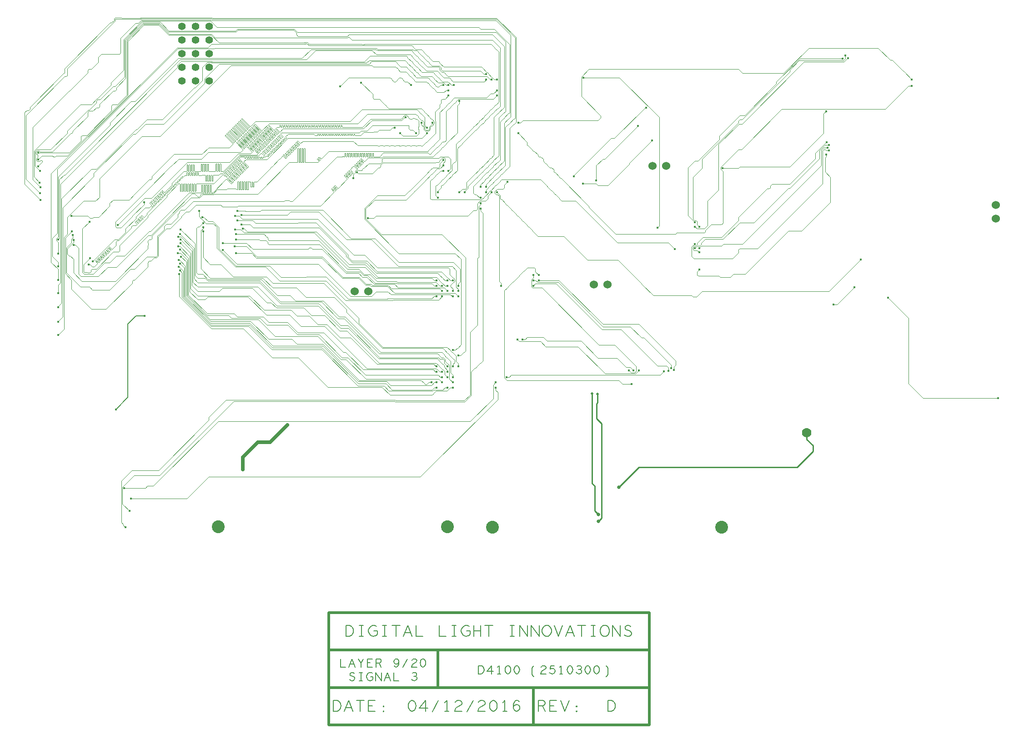
<source format=gbr>
G04 ================== begin FILE IDENTIFICATION RECORD ==================*
G04 Layout Name:  2510300_REV-D.brd*
G04 Film Name:    L09_sig4.gbr*
G04 File Format:  Gerber RS274X*
G04 File Origin:  Cadence Allegro 16.6-2015-S051*
G04 Origin Date:  Tue Apr 12 06:53:57 2016*
G04 *
G04 Layer:  VIA CLASS/L9_SIG4*
G04 Layer:  PIN/L9_SIG4*
G04 Layer:  ETCH/L9_SIG4*
G04 Layer:  DRAWING FORMAT/TITLE_BLOCK*
G04 *
G04 Offset:    (0.00 0.00)*
G04 Mirror:    No*
G04 Mode:      Positive*
G04 Rotation:  0*
G04 FullContactRelief:  No*
G04 UndefLineWidth:     0.00*
G04 ================== end FILE IDENTIFICATION RECORD ====================*
%FSLAX25Y25*MOIN*%
%IR0*IPPOS*OFA0.00000B0.00000*MIA0B0*SFA1.00000B1.00000*%
%ADD15C,.02*%
%ADD13C,.06*%
%ADD16C,.07*%
%ADD14C,.025*%
%ADD10C,.016*%
%ADD11C,.055*%
%ADD12C,.094*%
%ADD17C,.011*%
%ADD18C,.004*%
%ADD19C,.006*%
%ADD20C,.008*%
%ADD21C,.00399*%
G75*
%LPD*%
G75*
G54D10*
X43900Y259200D03*
X43932Y250132D03*
X43200Y262800D03*
X43347Y255053D03*
X42079Y284579D03*
X43600Y271200D03*
X42037Y274737D03*
X42242Y279658D03*
X56900Y151100D03*
Y160800D03*
Y171300D03*
Y191400D03*
Y181700D03*
Y201300D03*
Y210700D03*
X68240Y216960D03*
X68100Y220600D03*
X67400Y224500D03*
X66700Y227000D03*
X56900Y221100D03*
X66520Y238220D03*
X80000Y207200D03*
X82250Y205150D03*
X79190Y202790D03*
X79800Y234100D03*
X106000Y9900D03*
X105300Y38800D03*
X109000Y21900D03*
X99000Y96500D03*
X100500Y231700D03*
X110100Y31100D03*
X120000Y165000D03*
X119700Y248400D03*
X144600Y211000D03*
X145600Y195700D03*
X146200Y203400D03*
X146100Y198300D03*
X145000Y206000D03*
X146200Y213600D03*
X145000Y201000D03*
X146900Y208400D03*
X146500Y218500D03*
X146600Y221000D03*
X144700Y223000D03*
X146500Y228500D03*
X146000Y225000D03*
X144700Y215900D03*
X160000Y242000D03*
X177500Y213500D03*
X163000Y227000D03*
Y230000D03*
X177500Y218500D03*
X162500Y237500D03*
X163000Y233000D03*
X192300Y52300D03*
X187000Y211000D03*
X186000Y216000D03*
X186500Y228500D03*
X192000Y229000D03*
X187000Y225000D03*
X191000Y232000D03*
X187000Y221000D03*
X191000Y239000D03*
X188000Y242000D03*
Y235000D03*
X186500Y238500D03*
X224900Y84900D03*
X263400Y333500D03*
X283800Y236800D03*
X273000Y266000D03*
X275900Y270400D03*
X278921Y336122D03*
X307508Y298948D03*
X319319D03*
X303571Y302886D03*
X311445Y310760D03*
X315382Y334382D03*
X334266Y116218D03*
X330330D03*
X334266Y124092D03*
Y112282D03*
Y128030D03*
Y179234D03*
Y191044D03*
Y187108D03*
X335066Y255618D03*
Y251682D03*
X327193Y298948D03*
Y302886D03*
X331130Y306822D03*
X323256D03*
X346078Y112282D03*
X342141D03*
Y120156D03*
Y124092D03*
X346078Y116218D03*
Y120156D03*
X338204Y124092D03*
Y120156D03*
Y116218D03*
X350015Y128030D03*
X346078D03*
X342141D03*
X350015Y135904D03*
X346078Y139841D03*
X350015Y179234D03*
X346078D03*
X338204D03*
X350015Y183170D03*
Y187108D03*
X338204Y183170D03*
X346078Y191044D03*
Y183170D03*
X342141Y187108D03*
X338204D03*
X342141Y191044D03*
Y183170D03*
X354752Y255618D03*
X350815D03*
X339005Y275305D03*
Y279241D03*
Y271367D03*
X342941D03*
Y326508D03*
X350815Y322571D03*
X342941Y334382D03*
X346878D03*
X342941Y330444D03*
X339004Y334382D03*
X366586Y247744D03*
Y243807D03*
X366585Y259556D03*
X370522Y255618D03*
X366585Y251682D03*
X370522Y259556D03*
Y342256D03*
Y338318D03*
X377596Y116218D03*
Y112282D03*
X385470Y120156D03*
X381534Y187108D03*
X386271Y263492D03*
X374459Y255618D03*
X378396D03*
X378395Y330445D03*
Y326508D03*
X378396Y338318D03*
X374459D03*
X393344Y147715D03*
X397282D03*
X405156Y194982D03*
Y191044D03*
Y187108D03*
X394144Y298948D03*
Y306822D03*
X409092Y191044D03*
Y194982D03*
X434700Y267500D03*
X441600Y262100D03*
X441900Y339800D03*
X451300Y264300D03*
X475268Y125000D03*
X477236Y115164D03*
X482500Y125000D03*
X478500D03*
X492100Y293800D03*
X487700Y317800D03*
X481800Y304400D03*
X508300Y125500D03*
X500858Y124342D03*
X506000Y126800D03*
X504300Y124800D03*
X508849Y213950D03*
X496250Y229698D03*
X526660Y211510D03*
Y214660D03*
X523510D03*
X526660Y198912D03*
Y230490D03*
X523510D03*
Y217809D03*
Y233640D03*
X543900Y273300D03*
X625100Y173300D03*
X619900Y283200D03*
X620200Y292236D03*
X620901Y288299D03*
X621900Y290268D03*
X621769Y286331D03*
X619700Y315100D03*
X631894Y353706D03*
X635831Y353969D03*
X633862Y356038D03*
X640600Y186100D03*
X645129Y206329D03*
X665020Y178500D03*
X682325Y333575D03*
X682500Y338400D03*
X745900Y104600D03*
G54D20*
G01X120000Y165000D02*
X113709D01*
X107700Y158991D01*
Y105200D01*
X99000Y96500D01*
G01X258500Y-125000D02*
Y-117000D01*
X261000D01*
X262000Y-117400D01*
X262750Y-117933D01*
X263375Y-118733D01*
X263875Y-119667D01*
X264000Y-121000D01*
X263875Y-122333D01*
X263375Y-123267D01*
X262750Y-124067D01*
X262000Y-124600D01*
X261000Y-125000D01*
X258500D01*
G01X266625D02*
X269750Y-117000D01*
X272875Y-125000D01*
G01X271750Y-122200D02*
X267750D01*
G01X278250Y-117000D02*
Y-125000D01*
G01X275375Y-117000D02*
X281125D01*
G01X289250Y-125000D02*
X284250D01*
Y-117000D01*
X289250D01*
G01X287250Y-120867D02*
X284250D01*
G01X295250Y-125267D02*
X295000Y-125133D01*
Y-124867D01*
X295250Y-124733D01*
X295500Y-124867D01*
Y-125133D01*
X295250Y-125267D01*
G01Y-121667D02*
X295000Y-121533D01*
Y-121267D01*
X295250Y-121133D01*
X295500Y-121267D01*
Y-121533D01*
X295250Y-121667D01*
G01X267750Y-70000D02*
Y-62000D01*
X270250D01*
X271250Y-62400D01*
X272000Y-62933D01*
X272625Y-63733D01*
X273125Y-64667D01*
X273250Y-66000D01*
X273125Y-67333D01*
X272625Y-68267D01*
X272000Y-69067D01*
X271250Y-69600D01*
X270250Y-70000D01*
X267750D01*
G01X277500Y-62000D02*
X280500D01*
G01X279000D02*
Y-70000D01*
G01X277500D02*
X280500D01*
G01X288250Y-66000D02*
X290750D01*
Y-68400D01*
X290000Y-69200D01*
X289125Y-69733D01*
X287875Y-70000D01*
X286625Y-69733D01*
X285750Y-69200D01*
X285000Y-68400D01*
X284500Y-67467D01*
X284250Y-66400D01*
Y-65467D01*
X284500Y-64667D01*
X285000Y-63733D01*
X285750Y-62933D01*
X286500Y-62400D01*
X287500Y-62000D01*
X288375D01*
X289375Y-62267D01*
X290125Y-62800D01*
G01X294500Y-62000D02*
X297500D01*
G01X296000D02*
Y-70000D01*
G01X294500D02*
X297500D01*
G01X304500Y-62000D02*
Y-70000D01*
G01X301625Y-62000D02*
X307375D01*
G01X309875Y-70000D02*
X313000Y-62000D01*
X316125Y-70000D01*
G01X315000Y-67200D02*
X311000D01*
G01X319000Y-62000D02*
Y-70000D01*
X324000D01*
G01X336000Y-62000D02*
Y-70000D01*
X341000D01*
G01X345500Y-62000D02*
X348500D01*
G01X347000D02*
Y-70000D01*
G01X345500D02*
X348500D01*
G01X356250Y-66000D02*
X358750D01*
Y-68400D01*
X358000Y-69200D01*
X357125Y-69733D01*
X355875Y-70000D01*
X354625Y-69733D01*
X353750Y-69200D01*
X353000Y-68400D01*
X352500Y-67467D01*
X352250Y-66400D01*
Y-65467D01*
X352500Y-64667D01*
X353000Y-63733D01*
X353750Y-62933D01*
X354500Y-62400D01*
X355500Y-62000D01*
X356375D01*
X357375Y-62267D01*
X358125Y-62800D01*
G01X361375Y-70000D02*
Y-62000D01*
G01X366625D02*
Y-70000D01*
G01Y-66000D02*
X361375D01*
G01X372500Y-62000D02*
Y-70000D01*
G01X369625Y-62000D02*
X375375D01*
G01X388000D02*
X391000D01*
G01X389500D02*
Y-70000D01*
G01X388000D02*
X391000D01*
G01X395125D02*
Y-62000D01*
X400875Y-70000D01*
Y-62000D01*
G01X403625Y-70000D02*
Y-62000D01*
X409375Y-70000D01*
Y-62000D01*
G01X415000Y-70000D02*
X414000Y-69867D01*
X413125Y-69333D01*
X412375Y-68533D01*
X411875Y-67600D01*
X411625Y-66533D01*
Y-65467D01*
X411875Y-64400D01*
X412375Y-63467D01*
X413125Y-62667D01*
X414000Y-62133D01*
X415000Y-62000D01*
X416000Y-62133D01*
X416875Y-62667D01*
X417625Y-63467D01*
X418125Y-64400D01*
X418375Y-65467D01*
Y-66533D01*
X418125Y-67600D01*
X417625Y-68533D01*
X416875Y-69333D01*
X416000Y-69867D01*
X415000Y-70000D01*
G01X420375Y-62000D02*
X423500Y-70000D01*
X426625Y-62000D01*
G01X428875Y-70000D02*
X432000Y-62000D01*
X435125Y-70000D01*
G01X434000Y-67200D02*
X430000D01*
G01X440500Y-62000D02*
Y-70000D01*
G01X437625Y-62000D02*
X443375D01*
G01X447500D02*
X450500D01*
G01X449000D02*
Y-70000D01*
G01X447500D02*
X450500D01*
G01X457500D02*
X456500Y-69867D01*
X455625Y-69333D01*
X454875Y-68533D01*
X454375Y-67600D01*
X454125Y-66533D01*
Y-65467D01*
X454375Y-64400D01*
X454875Y-63467D01*
X455625Y-62667D01*
X456500Y-62133D01*
X457500Y-62000D01*
X458500Y-62133D01*
X459375Y-62667D01*
X460125Y-63467D01*
X460625Y-64400D01*
X460875Y-65467D01*
Y-66533D01*
X460625Y-67600D01*
X460125Y-68533D01*
X459375Y-69333D01*
X458500Y-69867D01*
X457500Y-70000D01*
G01X463125D02*
Y-62000D01*
X468875Y-70000D01*
Y-62000D01*
G01X471875Y-68934D02*
X472875Y-69600D01*
X474000Y-70000D01*
X475000D01*
X476000Y-69600D01*
X476750Y-68934D01*
X477125Y-68000D01*
X476875Y-67067D01*
X476250Y-66267D01*
X475125Y-65733D01*
X473625Y-65467D01*
X472750Y-64933D01*
X472375Y-64000D01*
X472625Y-63067D01*
X473250Y-62400D01*
X474125Y-62000D01*
X475000D01*
X475875Y-62267D01*
X476625Y-62933D01*
G01X316250Y-117000D02*
X315250Y-117267D01*
X314500Y-117933D01*
X314000Y-118733D01*
X313625Y-119800D01*
X313500Y-121000D01*
X313625Y-122200D01*
X314000Y-123267D01*
X314500Y-124067D01*
X315250Y-124733D01*
X316250Y-125000D01*
X317250Y-124733D01*
X318000Y-124067D01*
X318500Y-123267D01*
X318875Y-122200D01*
X319000Y-121000D01*
X318875Y-119800D01*
X318500Y-118733D01*
X318000Y-117933D01*
X317250Y-117267D01*
X316250Y-117000D01*
G01X326250Y-125000D02*
Y-117000D01*
X321625Y-122733D01*
X327875D01*
G01X331000Y-125267D02*
X335500Y-117000D01*
G01X341750Y-125000D02*
Y-117000D01*
X340250Y-118600D01*
G01Y-125000D02*
X343250D01*
G01X347875Y-118333D02*
X348625Y-117533D01*
X349500Y-117133D01*
X350500Y-117000D01*
X351750Y-117267D01*
X352625Y-117933D01*
X352875Y-118733D01*
X352750Y-119534D01*
X352250Y-120200D01*
X349750Y-121533D01*
X348625Y-122467D01*
X347875Y-123800D01*
X347625Y-125000D01*
X352875D01*
G01X356500Y-125267D02*
X361000Y-117000D01*
G01X364875Y-118333D02*
X365625Y-117533D01*
X366500Y-117133D01*
X367500Y-117000D01*
X368750Y-117267D01*
X369625Y-117933D01*
X369875Y-118733D01*
X369750Y-119534D01*
X369250Y-120200D01*
X366750Y-121533D01*
X365625Y-122467D01*
X364875Y-123800D01*
X364625Y-125000D01*
X369875D01*
G01X375750Y-117000D02*
X374750Y-117267D01*
X374000Y-117933D01*
X373500Y-118733D01*
X373125Y-119800D01*
X373000Y-121000D01*
X373125Y-122200D01*
X373500Y-123267D01*
X374000Y-124067D01*
X374750Y-124733D01*
X375750Y-125000D01*
X376750Y-124733D01*
X377500Y-124067D01*
X378000Y-123267D01*
X378375Y-122200D01*
X378500Y-121000D01*
X378375Y-119800D01*
X378000Y-118733D01*
X377500Y-117933D01*
X376750Y-117267D01*
X375750Y-117000D01*
G01X384250Y-125000D02*
Y-117000D01*
X382750Y-118600D01*
G01Y-125000D02*
X385750D01*
G01X390375Y-121667D02*
X391250Y-120733D01*
X392000Y-120200D01*
X393000Y-119933D01*
X393875Y-120200D01*
X394500Y-120733D01*
X395000Y-121533D01*
X395125Y-122467D01*
X395000Y-123267D01*
X394500Y-124067D01*
X393750Y-124733D01*
X392875Y-125000D01*
X391875Y-124733D01*
X391000Y-123934D01*
X390500Y-122733D01*
X390375Y-121400D01*
X390625Y-119667D01*
X391000Y-118733D01*
X391625Y-117800D01*
X392500Y-117133D01*
X393375Y-117000D01*
X394250Y-117267D01*
X394875Y-117933D01*
G01X408750Y-125000D02*
Y-117000D01*
X411875D01*
X412875Y-117400D01*
X413500Y-117933D01*
X413750Y-119000D01*
X413500Y-120067D01*
X412750Y-120733D01*
X411875Y-121133D01*
X408750D01*
G01X411875D02*
X413750Y-125000D01*
G01X422250D02*
X417250D01*
Y-117000D01*
X422250D01*
G01X420250Y-120867D02*
X417250D01*
G01X425125Y-117000D02*
X428250Y-125000D01*
X431375Y-117000D01*
G01X436750Y-125267D02*
X436500Y-125133D01*
Y-124867D01*
X436750Y-124733D01*
X437000Y-124867D01*
Y-125133D01*
X436750Y-125267D01*
G01Y-121667D02*
X436500Y-121533D01*
Y-121267D01*
X436750Y-121133D01*
X437000Y-121267D01*
Y-121533D01*
X436750Y-121667D01*
G01X459750Y-125000D02*
Y-117000D01*
X462250D01*
X463250Y-117400D01*
X464000Y-117933D01*
X464625Y-118733D01*
X465125Y-119667D01*
X465250Y-121000D01*
X465125Y-122333D01*
X464625Y-123267D01*
X464000Y-124067D01*
X463250Y-124600D01*
X462250Y-125000D01*
X459750D01*
G54D11*
X147500Y337500D03*
Y357500D03*
Y347500D03*
Y367500D03*
Y377500D03*
X157500Y337500D03*
Y357500D03*
Y347500D03*
Y367500D03*
Y377500D03*
X167500Y337500D03*
Y357500D03*
Y347500D03*
Y367500D03*
Y377500D03*
G54D21*
G01X350815Y322571D02*
Y320741D01*
X349325Y319251D01*
Y299288D01*
X342579Y292542D01*
X342324D01*
X341451Y291669D01*
Y291392D01*
X338664Y288605D01*
X338387D01*
X337514Y287732D01*
Y287456D01*
X334726Y284668D01*
X334449D01*
X333576Y283795D01*
Y283645D01*
X331440Y281509D01*
X294755D01*
X294136Y280890D01*
X284083D01*
X281484Y278291D01*
X281162D01*
X279038Y280414D01*
X278716D01*
X278488Y280186D01*
Y279864D01*
X280612Y277741D01*
Y277419D01*
X280384Y277191D01*
X280062D01*
X277938Y279314D01*
X277616D01*
X277388Y279086D01*
Y278764D01*
X279512Y276641D01*
Y276319D01*
X279284Y276091D01*
X278962D01*
X276838Y278214D01*
X276516D01*
X276288Y277986D01*
Y277664D01*
X278412Y275541D01*
Y275219D01*
X278184Y274991D01*
X277862D01*
X275738Y277114D01*
X275416D01*
X275188Y276886D01*
Y276564D01*
X277312Y274441D01*
Y274119D01*
X277084Y273891D01*
X276762D01*
X274638Y276014D01*
X274316D01*
X274088Y275786D01*
Y275464D01*
X276212Y273341D01*
Y273019D01*
X275984Y272791D01*
X275662D01*
X273766Y274686D01*
X272886D01*
X271016Y272816D01*
Y271936D01*
X272912Y270041D01*
Y269719D01*
X272684Y269491D01*
X272362D01*
X270238Y271614D01*
X269916D01*
X269688Y271386D01*
Y271064D01*
X271812Y268941D01*
Y268619D01*
X271584Y268391D01*
X271262D01*
X269138Y270514D01*
X268816D01*
X268588Y270286D01*
Y269964D01*
X270712Y267841D01*
Y267519D01*
X270484Y267291D01*
X270162D01*
X268038Y269414D01*
X267716D01*
X267488Y269186D01*
Y268864D01*
X269612Y266741D01*
Y266419D01*
X269384Y266191D01*
X269062D01*
X266938Y268314D01*
X266616D01*
X266388Y268086D01*
Y267764D01*
X268512Y265641D01*
Y265319D01*
X262019Y258826D01*
X261697D01*
X259824Y260700D01*
X259502D01*
X259274Y260472D01*
Y260150D01*
X261147Y258276D01*
Y257954D01*
X260919Y257726D01*
X260597D01*
X258724Y259600D01*
X258402D01*
X258174Y259372D01*
Y259050D01*
X260047Y257176D01*
Y256854D01*
X259819Y256626D01*
X259497D01*
X257624Y258500D01*
X257302D01*
X257074Y258272D01*
Y257950D01*
X258947Y256076D01*
Y255754D01*
X248993Y245800D01*
X188700D01*
X188000Y245100D01*
X177240D01*
X176040Y246300D01*
X157800D01*
X152897Y241397D01*
X150504D01*
X147117Y238010D01*
Y237417D01*
X138800Y229100D01*
X136260D01*
X130242Y223082D01*
Y209078D01*
X128722Y207558D01*
X127055D01*
X124682Y205185D01*
X123618D01*
X122575Y204142D01*
Y200992D01*
X112863Y191280D01*
X111933D01*
X111060Y190407D01*
Y189160D01*
X91900Y170000D01*
X81293D01*
X66600Y184693D01*
Y191500D01*
X62056Y196044D01*
Y222356D01*
X66700Y227000D01*
G01X342941Y326508D02*
X340493Y324060D01*
X338387D01*
X337514Y323187D01*
Y321081D01*
X336556Y320123D01*
Y318017D01*
X335683Y317144D01*
X335407D01*
X333000Y314737D01*
Y308161D01*
X333398Y307762D01*
Y299109D01*
X326742Y292453D01*
X326613D01*
X325793Y291633D01*
Y291610D01*
X323836Y289653D01*
X322676D01*
X322429Y289900D01*
X320146D01*
X319899Y289653D01*
X318739D01*
X318492Y289900D01*
X316209D01*
X315962Y289653D01*
X314802D01*
X314555Y289900D01*
X312399D01*
X312061Y289562D01*
X310827D01*
X310489Y289900D01*
X308335D01*
X308087Y289652D01*
X306927D01*
X306679Y289900D01*
X304525D01*
X304187Y289562D01*
X302953D01*
X302615Y289900D01*
X300589D01*
X300251Y289562D01*
X299017D01*
X298679Y289900D01*
X296651D01*
X296313Y289562D01*
X295079D01*
X294741Y289900D01*
X292714D01*
X292376Y289562D01*
X291142D01*
X290804Y289900D01*
X276507D01*
X273307Y293100D01*
X236107D01*
X234524Y291517D01*
X234202D01*
X232422Y293298D01*
X232100D01*
X231872Y293070D01*
Y292748D01*
X233652Y290967D01*
Y290645D01*
X233424Y290417D01*
X233102D01*
X231322Y292198D01*
X231000D01*
X230772Y291970D01*
Y291648D01*
X232552Y289867D01*
Y289545D01*
X232324Y289317D01*
X232002D01*
X230222Y291098D01*
X229900D01*
X229672Y290870D01*
Y290548D01*
X231452Y288767D01*
Y288445D01*
X231224Y288217D01*
X230902D01*
X229122Y289998D01*
X228800D01*
X228572Y289770D01*
Y289448D01*
X230352Y287667D01*
Y287345D01*
X230124Y287117D01*
X229802D01*
X228022Y288898D01*
X227700D01*
X227472Y288670D01*
Y288348D01*
X229252Y286567D01*
Y286245D01*
X229024Y286017D01*
X228702D01*
X226922Y287798D01*
X226600D01*
X226372Y287570D01*
Y287248D01*
X228152Y285467D01*
Y285145D01*
X227924Y284917D01*
X227602D01*
X225822Y286698D01*
X225500D01*
X225272Y286470D01*
Y286148D01*
X227052Y284367D01*
Y284045D01*
X226824Y283817D01*
X226502D01*
X224722Y285598D01*
X224400D01*
X224172Y285370D01*
Y285048D01*
X225952Y283267D01*
Y282945D01*
X225724Y282717D01*
X225402D01*
X223622Y284498D01*
X223300D01*
X223072Y284270D01*
Y283948D01*
X224852Y282167D01*
Y281845D01*
X224624Y281617D01*
X224302D01*
X222522Y283398D01*
X222200D01*
X221972Y283170D01*
Y282848D01*
X223752Y281067D01*
Y280745D01*
X223524Y280517D01*
X223202D01*
X221422Y282298D01*
X221100D01*
X220872Y282070D01*
Y281748D01*
X219091Y279967D01*
X218967D01*
X213489Y274489D01*
X213283D01*
X212411Y273617D01*
Y273411D01*
X202371Y263371D01*
X200530D01*
X200302Y263143D01*
Y259828D01*
X200074Y259600D01*
X199753D01*
X199525Y259828D01*
Y263143D01*
X199297Y263371D01*
X198976D01*
X198748Y263143D01*
Y259828D01*
X198520Y259600D01*
X198199D01*
X197971Y259828D01*
Y263143D01*
X197743Y263371D01*
X196822D01*
X196593Y263600D01*
X196272D01*
X196044Y263372D01*
Y257828D01*
X195816Y257600D01*
X195495D01*
X195267Y257828D01*
Y263372D01*
X195039Y263600D01*
X194718D01*
X194490Y263372D01*
Y257828D01*
X194262Y257600D01*
X193941D01*
X193713Y257828D01*
Y263372D01*
X193485Y263600D01*
X193164D01*
X192936Y263372D01*
Y257828D01*
X192708Y257600D01*
X192387D01*
X192159Y257828D01*
Y263372D01*
X191931Y263600D01*
X191610D01*
X191382Y263372D01*
Y257828D01*
X191154Y257600D01*
X190833D01*
X190605Y257828D01*
Y263372D01*
X190377Y263600D01*
X190056D01*
X189828Y263372D01*
Y257828D01*
X189600Y257600D01*
X189279D01*
X189051Y257828D01*
Y263372D01*
X188823Y263600D01*
X188502D01*
X188274Y263372D01*
Y257828D01*
X188046Y257600D01*
X187725D01*
X186925Y258400D01*
X180848D01*
X180048Y257600D01*
X173309D01*
X170346Y254637D01*
X161934D01*
X161165Y253868D01*
Y253308D01*
X160292Y252435D01*
X159058D01*
X156856Y254637D01*
X154937D01*
X134997Y234697D01*
Y234400D01*
X124682Y224085D01*
X122787D01*
X99502Y200800D01*
X93046D01*
X86246Y194000D01*
X73500D01*
X71800Y195700D01*
Y214700D01*
X69540Y216960D01*
X68240D01*
G01X68100Y220600D02*
Y218927D01*
X63610Y214437D01*
Y210383D01*
X64893Y209100D01*
X65607D01*
X68100Y206607D01*
Y196700D01*
X74300Y190500D01*
X98800D01*
X122575Y214275D01*
Y216742D01*
X122935Y217102D01*
Y218298D01*
X122575Y218658D01*
Y219892D01*
X123618Y220935D01*
X124682D01*
X125555Y221808D01*
Y223555D01*
X147600Y245600D01*
X148100D01*
X154158Y251658D01*
X160614D01*
X162816Y253860D01*
X170668D01*
X171308Y254500D01*
X203300D01*
X226310Y277510D01*
X232090D01*
X232318Y277738D01*
Y287772D01*
X232546Y288000D01*
X232867D01*
X233095Y287772D01*
Y277738D01*
X233323Y277510D01*
X233644D01*
X233872Y277738D01*
Y287772D01*
X234100Y288000D01*
X234421D01*
X234649Y287772D01*
Y277738D01*
X234877Y277510D01*
X235198D01*
X235426Y277738D01*
Y287772D01*
X235654Y288000D01*
X235975D01*
X236203Y287772D01*
Y277738D01*
X236431Y277510D01*
X236752D01*
X236980Y277738D01*
Y287772D01*
X237208Y288000D01*
X237529D01*
X237757Y287772D01*
Y277738D01*
X237985Y277510D01*
X247037D01*
X247751Y278224D01*
Y278546D01*
X246460Y279836D01*
Y280158D01*
X246688Y280386D01*
X247010D01*
X248301Y279096D01*
X248623D01*
X248851Y279324D01*
Y279646D01*
X247560Y280936D01*
Y281258D01*
X247788Y281486D01*
X248110D01*
X249401Y280196D01*
X249723D01*
X255152Y285625D01*
X327683D01*
X328593Y286535D01*
Y286558D01*
X331597Y289562D01*
X331747D01*
X332620Y290435D01*
Y290820D01*
X336556Y294756D01*
Y314355D01*
X339345Y317144D01*
X339621D01*
X341451Y318974D01*
Y319251D01*
X343281Y321081D01*
X343558D01*
X345389Y322912D01*
Y323188D01*
X347039Y324838D01*
X370959D01*
X372969Y326848D01*
Y327125D01*
X373842Y327998D01*
X375948D01*
X378395Y330445D01*
G01X67400Y224500D02*
Y222007D01*
X66610Y221217D01*
Y218810D01*
X62833Y215033D01*
Y196567D01*
X73200Y186200D01*
X79700D01*
X81800Y184100D01*
X94633D01*
X109733Y199200D01*
X112693D01*
X121828Y208335D01*
X128400D01*
X129465Y209400D01*
Y223539D01*
X130243Y224317D01*
X130378D01*
X134400Y228339D01*
Y230588D01*
X136200Y232388D01*
X139588D01*
X144510Y237310D01*
Y239617D01*
X145383Y240490D01*
Y241400D01*
X146690Y242707D01*
X149407D01*
X155700Y249000D01*
X222300D01*
X223000Y249700D01*
X226000D01*
X226700Y249000D01*
X228500D01*
X261188Y281688D01*
X265073D01*
X265300Y281915D01*
X266079D01*
X266306Y281688D01*
X266627D01*
X266855Y281916D01*
Y284272D01*
X267083Y284500D01*
X267404D01*
X267632Y284272D01*
Y281916D01*
X267860Y281688D01*
X268181D01*
X268409Y281916D01*
Y284272D01*
X268637Y284500D01*
X268958D01*
X269186Y284272D01*
Y281916D01*
X269414Y281688D01*
X269735D01*
X269963Y281916D01*
Y284272D01*
X270191Y284500D01*
X270512D01*
X270740Y284272D01*
Y281916D01*
X270968Y281688D01*
X271289D01*
X271517Y281916D01*
Y284272D01*
X271745Y284500D01*
X272066D01*
X272294Y284272D01*
Y281916D01*
X272522Y281688D01*
X272843D01*
X273071Y281916D01*
Y284272D01*
X273299Y284500D01*
X273620D01*
X273848Y284272D01*
Y281916D01*
X274076Y281688D01*
X274397D01*
X274625Y281916D01*
Y284272D01*
X274853Y284500D01*
X275174D01*
X275402Y284272D01*
Y281916D01*
X275630Y281688D01*
X275951D01*
X276179Y281916D01*
Y284272D01*
X276407Y284500D01*
X276728D01*
X276956Y284272D01*
Y281916D01*
X277184Y281688D01*
X277505D01*
X277733Y281916D01*
Y284272D01*
X277961Y284500D01*
X278282D01*
X278510Y284272D01*
Y281916D01*
X278738Y281688D01*
X279059D01*
X279287Y281916D01*
Y284272D01*
X279515Y284500D01*
X279836D01*
X280064Y284272D01*
Y281916D01*
X280292Y281688D01*
X280613D01*
X280841Y281916D01*
Y284272D01*
X281069Y284500D01*
X281390D01*
X281618Y284272D01*
Y281916D01*
X281846Y281688D01*
X282167D01*
X282395Y281916D01*
Y284272D01*
X282623Y284500D01*
X282944D01*
X283172Y284272D01*
Y281916D01*
X283400Y281688D01*
X283721D01*
X283949Y281916D01*
Y284272D01*
X284177Y284500D01*
X284498D01*
X284726Y284272D01*
Y281916D01*
X284954Y281688D01*
X285275D01*
X285503Y281916D01*
Y284272D01*
X285731Y284500D01*
X286052D01*
X286280Y284272D01*
Y281916D01*
X286508Y281688D01*
X286829D01*
X287057Y281916D01*
Y284272D01*
X287285Y284500D01*
X287606D01*
X287834Y284272D01*
Y281916D01*
X288062Y281688D01*
X292376D01*
X293333Y282645D01*
Y282922D01*
X295080Y284669D01*
X327808D01*
X328868Y283609D01*
X329655D01*
X329730Y283684D01*
Y283759D01*
X330550Y284579D01*
X330574D01*
X333576Y287581D01*
Y287732D01*
X334449Y288605D01*
X334726D01*
X337514Y291393D01*
Y291669D01*
X338387Y292542D01*
X339871D01*
X341100Y293771D01*
Y314962D01*
X343282Y317144D01*
X343558D01*
X344431Y318017D01*
Y318294D01*
X347218Y321081D01*
X347496D01*
X348369Y321954D01*
Y322232D01*
X350198Y324061D01*
X375948D01*
X378395Y326508D01*
G01X327193Y302886D02*
X326301Y303778D01*
Y304149D01*
X325523Y304927D01*
Y310600D01*
X323523Y312600D01*
X323522D01*
X322916Y313206D01*
X322639D01*
X321766Y314079D01*
Y314356D01*
X319936Y316186D01*
X279409D01*
X270978Y307755D01*
X201355D01*
X197686Y304086D01*
X197364D01*
X191686Y309764D01*
X191364D01*
X191136Y309536D01*
Y309214D01*
X196814Y303536D01*
Y303214D01*
X196586Y302986D01*
X196264D01*
X190586Y308664D01*
X190264D01*
X190036Y308436D01*
Y308114D01*
X195714Y302436D01*
Y302114D01*
X195486Y301886D01*
X195164D01*
X189486Y307564D01*
X189164D01*
X188936Y307336D01*
Y307014D01*
X194614Y301336D01*
Y301014D01*
X194386Y300786D01*
X194064D01*
X188386Y306464D01*
X188064D01*
X187836Y306236D01*
Y305914D01*
X193514Y300236D01*
Y299914D01*
X193286Y299686D01*
X192964D01*
X187286Y305364D01*
X186964D01*
X186736Y305136D01*
Y304814D01*
X192414Y299136D01*
Y298814D01*
X192186Y298586D01*
X191864D01*
X186186Y304264D01*
X185864D01*
X185636Y304036D01*
Y303714D01*
X191314Y298036D01*
Y297714D01*
X191086Y297486D01*
X190764D01*
X185086Y303164D01*
X184764D01*
X184536Y302936D01*
Y302614D01*
X190214Y296936D01*
Y296614D01*
X189986Y296386D01*
X189664D01*
X183986Y302064D01*
X183664D01*
X183436Y301836D01*
Y301514D01*
X189114Y295836D01*
Y295514D01*
X188886Y295286D01*
X188564D01*
X182886Y300964D01*
X182564D01*
X182336Y300736D01*
Y300414D01*
X188014Y294736D01*
Y294414D01*
X187786Y294186D01*
X187464D01*
X181786Y299864D01*
X181464D01*
X181236Y299636D01*
Y299314D01*
X186914Y293636D01*
Y293314D01*
X186686Y293086D01*
X186364D01*
X180686Y298764D01*
X180364D01*
X180136Y298536D01*
Y298214D01*
X185814Y292536D01*
Y292214D01*
X185586Y291986D01*
X185264D01*
X179586Y297664D01*
X179264D01*
X179036Y297436D01*
Y297114D01*
X184714Y291436D01*
Y291114D01*
X182100Y288500D01*
X167001D01*
X162266Y283765D01*
X141865D01*
X125555Y267455D01*
Y265908D01*
X124682Y265035D01*
X123542D01*
X112957Y254450D01*
Y254257D01*
X108800Y250100D01*
X97000D01*
X94600Y247700D01*
Y245600D01*
X86350Y237350D01*
X82823D01*
X81983Y236510D01*
X80183D01*
X78473Y238220D01*
X66520D01*
G01X303571Y302886D02*
X301742D01*
X300251Y301395D01*
X291995D01*
X290700Y300100D01*
X288299D01*
X287789Y299590D01*
X280783D01*
X278476Y297283D01*
X274327D01*
X274099Y297511D01*
Y298172D01*
X273871Y298400D01*
X273550D01*
X273322Y298172D01*
Y297511D01*
X273094Y297283D01*
X272773D01*
X272545Y297511D01*
Y298172D01*
X272317Y298400D01*
X271996D01*
X271768Y298172D01*
Y297511D01*
X271540Y297283D01*
X271219D01*
X270991Y297511D01*
Y298172D01*
X270763Y298400D01*
X270442D01*
X270214Y298172D01*
Y297511D01*
X269986Y297283D01*
X269665D01*
X269437Y297511D01*
Y298172D01*
X269209Y298400D01*
X268888D01*
X268660Y298172D01*
Y297511D01*
X268432Y297283D01*
X268111D01*
X267883Y297511D01*
Y298172D01*
X267655Y298400D01*
X267334D01*
X267106Y298172D01*
Y297511D01*
X266878Y297283D01*
X266557D01*
X266329Y297511D01*
Y298172D01*
X266101Y298400D01*
X265780D01*
X265552Y298172D01*
Y297511D01*
X265324Y297283D01*
X265003D01*
X264775Y297511D01*
Y298172D01*
X264547Y298400D01*
X264226D01*
X263998Y298172D01*
Y297511D01*
X263770Y297283D01*
X263449D01*
X263221Y297511D01*
Y298172D01*
X262993Y298400D01*
X262672D01*
X262444Y298172D01*
Y297511D01*
X262216Y297283D01*
X261895D01*
X261667Y297511D01*
Y298172D01*
X261439Y298400D01*
X261118D01*
X260890Y298172D01*
Y297511D01*
X260662Y297283D01*
X260341D01*
X260113Y297511D01*
Y298172D01*
X259885Y298400D01*
X259564D01*
X259336Y298172D01*
Y297511D01*
X259108Y297283D01*
X258787D01*
X258559Y297511D01*
Y298172D01*
X258331Y298400D01*
X258010D01*
X257782Y298172D01*
Y297511D01*
X257554Y297283D01*
X257233D01*
X257005Y297511D01*
Y298172D01*
X256777Y298400D01*
X256456D01*
X256228Y298172D01*
Y297511D01*
X256000Y297283D01*
X255679D01*
X255451Y297511D01*
Y298172D01*
X255223Y298400D01*
X254902D01*
X254674Y298172D01*
Y297511D01*
X254446Y297283D01*
X254125D01*
X253897Y297511D01*
Y298172D01*
X253669Y298400D01*
X253348D01*
X253120Y298172D01*
Y297511D01*
X252892Y297283D01*
X252571D01*
X252343Y297511D01*
Y298172D01*
X252115Y298400D01*
X251794D01*
X251566Y298172D01*
Y297511D01*
X251338Y297283D01*
X251017D01*
X250789Y297511D01*
Y298172D01*
X250561Y298400D01*
X250240D01*
X250012Y298172D01*
Y297511D01*
X249784Y297283D01*
X249463D01*
X249235Y297511D01*
Y298172D01*
X249007Y298400D01*
X248686D01*
X248458Y298172D01*
Y297511D01*
X248230Y297283D01*
X247909D01*
X247681Y297511D01*
Y298172D01*
X247453Y298400D01*
X247132D01*
X246904Y298172D01*
Y297511D01*
X246676Y297283D01*
X245224D01*
X244117Y298390D01*
X225390D01*
X223529Y296529D01*
Y296207D01*
X224057Y295679D01*
Y295357D01*
X223829Y295129D01*
X223507D01*
X222979Y295657D01*
X222657D01*
X222429Y295429D01*
Y295107D01*
X222957Y294579D01*
Y294257D01*
X222729Y294029D01*
X222407D01*
X221879Y294557D01*
X221557D01*
X221329Y294329D01*
Y294007D01*
X221857Y293479D01*
Y293157D01*
X221629Y292929D01*
X221307D01*
X220779Y293457D01*
X220457D01*
X220229Y293229D01*
Y292907D01*
X220757Y292379D01*
Y292057D01*
X220529Y291829D01*
X220207D01*
X219679Y292357D01*
X219357D01*
X219129Y292129D01*
Y291807D01*
X219657Y291279D01*
Y290957D01*
X219429Y290729D01*
X219107D01*
X218579Y291257D01*
X218257D01*
X218029Y291029D01*
Y290707D01*
X218557Y290179D01*
Y289857D01*
X218329Y289629D01*
X218007D01*
X217479Y290157D01*
X217157D01*
X216929Y289929D01*
Y289607D01*
X217457Y289079D01*
Y288757D01*
X217229Y288529D01*
X216907D01*
X216379Y289057D01*
X216057D01*
X215829Y288829D01*
Y288507D01*
X216357Y287979D01*
Y287657D01*
X216129Y287429D01*
X215807D01*
X215279Y287957D01*
X214957D01*
X214729Y287729D01*
Y287407D01*
X215257Y286879D01*
Y286557D01*
X215029Y286329D01*
X214707D01*
X214179Y286857D01*
X213857D01*
X213629Y286629D01*
Y286307D01*
X214157Y285779D01*
Y285457D01*
X213929Y285229D01*
X213607D01*
X213079Y285757D01*
X212757D01*
X212529Y285529D01*
Y285207D01*
X213057Y284679D01*
Y284357D01*
X212829Y284129D01*
X212507D01*
X211979Y284657D01*
X211657D01*
X211429Y284429D01*
Y284107D01*
X211957Y283579D01*
Y283257D01*
X211729Y283029D01*
X211407D01*
X210879Y283557D01*
X210557D01*
X210329Y283329D01*
Y283007D01*
X210857Y282479D01*
Y282157D01*
X210629Y281929D01*
X210307D01*
X209779Y282457D01*
X209457D01*
X208568Y281568D01*
X206961D01*
X206733Y281340D01*
Y280828D01*
X206505Y280600D01*
X206184D01*
X205956Y280828D01*
Y281340D01*
X205728Y281568D01*
X205407D01*
X205179Y281340D01*
Y280828D01*
X204951Y280600D01*
X204630D01*
X204402Y280828D01*
Y281340D01*
X204174Y281568D01*
X203853D01*
X203625Y281340D01*
Y280828D01*
X203397Y280600D01*
X203076D01*
X202848Y280828D01*
Y281340D01*
X202620Y281568D01*
X202299D01*
X202071Y281340D01*
Y280828D01*
X201843Y280600D01*
X201522D01*
X201294Y280828D01*
Y281340D01*
X201066Y281568D01*
X200745D01*
X200517Y281340D01*
Y280828D01*
X200289Y280600D01*
X199968D01*
X199740Y280828D01*
Y281340D01*
X199512Y281568D01*
X199191D01*
X198963Y281340D01*
Y280828D01*
X198735Y280600D01*
X198414D01*
X198186Y280828D01*
Y281340D01*
X197958Y281568D01*
X197637D01*
X197409Y281340D01*
Y280828D01*
X197181Y280600D01*
X196860D01*
X196632Y280828D01*
Y281340D01*
X196404Y281568D01*
X196083D01*
X195855Y281340D01*
Y280828D01*
X195627Y280600D01*
X195306D01*
X195078Y280828D01*
Y281340D01*
X194850Y281568D01*
X194529D01*
X194301Y281340D01*
Y280828D01*
X194073Y280600D01*
X193752D01*
X193524Y280828D01*
Y281340D01*
X193296Y281568D01*
X190367D01*
X189494Y280695D01*
Y280373D01*
X191472Y278396D01*
Y278074D01*
X191244Y277846D01*
X190922D01*
X188944Y279823D01*
X188622D01*
X188394Y279595D01*
Y279273D01*
X190372Y277296D01*
Y276974D01*
X190144Y276746D01*
X189822D01*
X187844Y278723D01*
X187522D01*
X187294Y278495D01*
Y278173D01*
X189272Y276196D01*
Y275874D01*
X189044Y275646D01*
X188722D01*
X186744Y277623D01*
X186422D01*
X186194Y277395D01*
Y277073D01*
X188172Y275096D01*
Y274774D01*
X187944Y274546D01*
X187622D01*
X185644Y276523D01*
X185322D01*
X185094Y276295D01*
Y275973D01*
X187072Y273996D01*
Y273674D01*
X186844Y273446D01*
X186522D01*
X184544Y275423D01*
X184222D01*
X183994Y275195D01*
Y274873D01*
X185972Y272896D01*
Y272574D01*
X185744Y272346D01*
X185422D01*
X183444Y274323D01*
X183122D01*
X182894Y274095D01*
Y273773D01*
X184872Y271796D01*
Y271474D01*
X184644Y271246D01*
X184322D01*
X182344Y273223D01*
X182022D01*
X181794Y272995D01*
Y272673D01*
X183772Y270696D01*
Y270374D01*
X183544Y270146D01*
X183222D01*
X181244Y272123D01*
X180922D01*
X180694Y271895D01*
Y271573D01*
X182672Y269596D01*
Y269274D01*
X182444Y269046D01*
X182122D01*
X180144Y271023D01*
X179822D01*
X179594Y270795D01*
Y270473D01*
X181572Y268496D01*
Y268174D01*
X181344Y267946D01*
X181022D01*
X179044Y269923D01*
X178722D01*
X178494Y269695D01*
Y269373D01*
X180472Y267396D01*
Y267074D01*
X180244Y266846D01*
X179922D01*
X177944Y268823D01*
X177622D01*
X170684Y261885D01*
X158072D01*
X157844Y261657D01*
Y256728D01*
X157616Y256500D01*
X157295D01*
X157067Y256728D01*
Y261657D01*
X156839Y261885D01*
X156518D01*
X156290Y261657D01*
Y256728D01*
X156062Y256500D01*
X155741D01*
X155513Y256728D01*
Y261657D01*
X155285Y261885D01*
X154964D01*
X154736Y261657D01*
Y256728D01*
X154508Y256500D01*
X154187D01*
X153959Y256728D01*
Y261657D01*
X153731Y261885D01*
X153410D01*
X153182Y261657D01*
Y256728D01*
X152954Y256500D01*
X152633D01*
X152405Y256728D01*
Y261657D01*
X152177Y261885D01*
X151856D01*
X151628Y261657D01*
Y256728D01*
X151400Y256500D01*
X151079D01*
X150851Y256728D01*
Y261657D01*
X150623Y261885D01*
X150302D01*
X150074Y261657D01*
Y256728D01*
X149846Y256500D01*
X149525D01*
X149297Y256728D01*
Y261657D01*
X149069Y261885D01*
X148748D01*
X148520Y261657D01*
Y256728D01*
X148292Y256500D01*
X147971D01*
X147743Y256728D01*
Y261657D01*
X147515Y261885D01*
X147194D01*
X146966Y261657D01*
Y256728D01*
X146738Y256500D01*
X146417D01*
X146189Y256728D01*
Y261657D01*
X145961Y261885D01*
X144785D01*
X137390Y254490D01*
X137383D01*
X136510Y253617D01*
Y252210D01*
X122600Y238300D01*
Y237300D01*
X101910Y216610D01*
Y212803D01*
X101037Y211930D01*
X97230D01*
X84700Y199400D01*
X81453D01*
X80730Y198677D01*
Y197443D01*
X79857Y196570D01*
X78623D01*
X78193Y197000D01*
X75799D01*
X75400Y197399D01*
Y202600D01*
X80000Y207200D01*
G01X311445Y310760D02*
X310714D01*
X308446Y308492D01*
X286699D01*
X280497Y302290D01*
X240661D01*
X240651Y302300D01*
X221499D01*
X219349Y300150D01*
X219027D01*
X217250Y301926D01*
X216928D01*
X216700Y301698D01*
Y301376D01*
X218477Y299600D01*
Y299278D01*
X218249Y299050D01*
X217927D01*
X216150Y300826D01*
X215828D01*
X215600Y300598D01*
Y300276D01*
X217377Y298500D01*
Y298178D01*
X217149Y297950D01*
X216827D01*
X215050Y299726D01*
X214728D01*
X214500Y299498D01*
Y299176D01*
X216277Y297400D01*
Y297078D01*
X216049Y296850D01*
X215727D01*
X213950Y298626D01*
X213628D01*
X213400Y298398D01*
Y298076D01*
X215177Y296300D01*
Y295978D01*
X214949Y295750D01*
X214627D01*
X212850Y297526D01*
X212528D01*
X212300Y297298D01*
Y296976D01*
X214077Y295200D01*
Y294878D01*
X213849Y294650D01*
X213527D01*
X211750Y296426D01*
X211428D01*
X211200Y296198D01*
Y295876D01*
X212977Y294100D01*
Y293778D01*
X212749Y293550D01*
X212427D01*
X210650Y295326D01*
X210328D01*
X210100Y295098D01*
Y294776D01*
X211877Y293000D01*
Y292678D01*
X211649Y292450D01*
X211327D01*
X209550Y294226D01*
X209228D01*
X209000Y293998D01*
Y293676D01*
X210777Y291900D01*
Y291578D01*
X210549Y291350D01*
X210227D01*
X208450Y293126D01*
X208128D01*
X207900Y292898D01*
Y292576D01*
X209677Y290800D01*
Y290478D01*
X209449Y290250D01*
X209127D01*
X207350Y292026D01*
X207028D01*
X206800Y291798D01*
Y291476D01*
X208577Y289700D01*
Y289378D01*
X208349Y289150D01*
X208027D01*
X206250Y290926D01*
X205928D01*
X205700Y290698D01*
Y290376D01*
X207477Y288600D01*
Y288278D01*
X207249Y288050D01*
X206927D01*
X205150Y289826D01*
X204828D01*
X204600Y289598D01*
Y289276D01*
X206377Y287500D01*
Y287178D01*
X206149Y286950D01*
X205827D01*
X204050Y288726D01*
X203728D01*
X203500Y288498D01*
Y288176D01*
X205277Y286400D01*
Y286078D01*
X205049Y285850D01*
X204727D01*
X202950Y287626D01*
X202628D01*
X202400Y287398D01*
Y287076D01*
X204177Y285300D01*
Y284978D01*
X203949Y284750D01*
X203627D01*
X201850Y286526D01*
X201528D01*
X201300Y286298D01*
Y285976D01*
X203077Y284200D01*
Y283878D01*
X202322Y283123D01*
X189724D01*
X177766Y271165D01*
X176316D01*
X176088Y271393D01*
Y276472D01*
X175860Y276700D01*
X175539D01*
X175311Y276472D01*
Y271393D01*
X175083Y271165D01*
X174762D01*
X174534Y271393D01*
Y276472D01*
X174306Y276700D01*
X173985D01*
X173757Y276472D01*
Y271393D01*
X173529Y271165D01*
X173208D01*
X172980Y271393D01*
Y276472D01*
X172752Y276700D01*
X172431D01*
X172203Y276472D01*
Y271393D01*
X171975Y271165D01*
X167060D01*
X166832Y271393D01*
Y276272D01*
X166604Y276500D01*
X166283D01*
X166055Y276272D01*
Y271393D01*
X165827Y271165D01*
X165506D01*
X165278Y271393D01*
Y276272D01*
X165050Y276500D01*
X164729D01*
X164501Y276272D01*
Y271393D01*
X164273Y271165D01*
X163952D01*
X163724Y271393D01*
Y276272D01*
X163496Y276500D01*
X163175D01*
X162947Y276272D01*
Y271393D01*
X162719Y271165D01*
X162398D01*
X162170Y271393D01*
Y276272D01*
X161942Y276500D01*
X161621D01*
X161393Y276272D01*
Y271393D01*
X161165Y271165D01*
X156695D01*
X156467Y271393D01*
Y275772D01*
X156239Y276000D01*
X155918D01*
X155690Y275772D01*
Y271393D01*
X155462Y271165D01*
X155141D01*
X154913Y271393D01*
Y275772D01*
X154685Y276000D01*
X154364D01*
X154136Y275772D01*
Y271393D01*
X153908Y271165D01*
X153587D01*
X153359Y271393D01*
Y275772D01*
X153131Y276000D01*
X152810D01*
X152582Y275772D01*
Y271393D01*
X152354Y271165D01*
X152033D01*
X151805Y271393D01*
Y275772D01*
X151577Y276000D01*
X151256D01*
X151028Y275772D01*
Y271393D01*
X150800Y271165D01*
X148965D01*
X140265Y262465D01*
Y261108D01*
X134859Y255702D01*
X134537D01*
X133232Y257008D01*
X132910D01*
X132682Y256780D01*
Y256458D01*
X133987Y255152D01*
Y254830D01*
X133759Y254602D01*
X133437D01*
X132132Y255908D01*
X131810D01*
X131582Y255680D01*
Y255358D01*
X132887Y254052D01*
Y253730D01*
X132659Y253502D01*
X132337D01*
X131032Y254808D01*
X130710D01*
X130482Y254580D01*
Y254258D01*
X131787Y252952D01*
Y252630D01*
X131559Y252402D01*
X131237D01*
X129932Y253708D01*
X129610D01*
X129382Y253480D01*
Y253158D01*
X130687Y251852D01*
Y251530D01*
X130459Y251302D01*
X130137D01*
X128832Y252608D01*
X128510D01*
X128282Y252380D01*
Y252058D01*
X129587Y250752D01*
Y250430D01*
X129359Y250202D01*
X129037D01*
X127732Y251508D01*
X127410D01*
X127182Y251280D01*
Y250958D01*
X128487Y249652D01*
Y249330D01*
X128259Y249102D01*
X127937D01*
X126632Y250408D01*
X126310D01*
X126082Y250180D01*
Y249858D01*
X127387Y248552D01*
Y248230D01*
X127159Y248002D01*
X126837D01*
X125532Y249308D01*
X125210D01*
X124982Y249080D01*
Y248758D01*
X126287Y247452D01*
Y247130D01*
X126059Y246902D01*
X125737D01*
X124432Y248208D01*
X124110D01*
X123882Y247980D01*
Y247658D01*
X125187Y246352D01*
Y246030D01*
X123457Y244300D01*
X120500D01*
X113730Y237530D01*
Y236423D01*
X106200Y228893D01*
Y226493D01*
X100817Y221110D01*
X98203D01*
X95210Y218117D01*
Y218110D01*
X82250Y205150D01*
G01X79190Y202790D02*
X80103D01*
X81883Y201010D01*
X83310D01*
X85640Y203340D01*
Y203662D01*
X84062Y205240D01*
Y205562D01*
X84290Y205790D01*
X84612D01*
X86190Y204212D01*
X86512D01*
X86740Y204440D01*
Y204762D01*
X85162Y206340D01*
Y206662D01*
X85390Y206890D01*
X85712D01*
X87290Y205312D01*
X87612D01*
X87840Y205540D01*
Y205862D01*
X86262Y207440D01*
Y207762D01*
X86490Y207990D01*
X86812D01*
X88390Y206412D01*
X88712D01*
X88940Y206640D01*
Y206962D01*
X87362Y208540D01*
Y208862D01*
X87590Y209090D01*
X87912D01*
X89490Y207512D01*
X89812D01*
X90040Y207740D01*
Y208062D01*
X88462Y209640D01*
Y209962D01*
X88690Y210190D01*
X89012D01*
X90590Y208612D01*
X90912D01*
X91140Y208840D01*
Y209162D01*
X89562Y210740D01*
Y211062D01*
X89790Y211290D01*
X90112D01*
X91690Y209712D01*
X92012D01*
X92240Y209940D01*
Y210262D01*
X90662Y211840D01*
Y212162D01*
X90890Y212390D01*
X91212D01*
X92790Y210812D01*
X93112D01*
X93340Y211040D01*
Y211362D01*
X91762Y212940D01*
Y213262D01*
X91990Y213490D01*
X92312D01*
X93890Y211912D01*
X94212D01*
X94440Y212140D01*
Y212462D01*
X92862Y214040D01*
Y214362D01*
X93090Y214590D01*
X93412D01*
X94990Y213012D01*
X95312D01*
X95540Y213240D01*
Y213562D01*
X93962Y215140D01*
Y215462D01*
X94190Y215690D01*
X94512D01*
X96090Y214112D01*
X96412D01*
X99010Y216710D01*
Y219217D01*
X100126Y220333D01*
X101139D01*
X110560Y229754D01*
Y230567D01*
X111433Y231440D01*
X113940D01*
X114492Y231992D01*
Y232314D01*
X113114Y233692D01*
Y234014D01*
X113342Y234242D01*
X113664D01*
X115042Y232864D01*
X115364D01*
X115592Y233092D01*
Y233414D01*
X114214Y234792D01*
Y235114D01*
X114442Y235342D01*
X114764D01*
X116142Y233964D01*
X116464D01*
X116692Y234192D01*
Y234514D01*
X115314Y235892D01*
Y236214D01*
X115542Y236442D01*
X115864D01*
X117242Y235064D01*
X117564D01*
X117792Y235292D01*
Y235614D01*
X116414Y236992D01*
Y237314D01*
X116642Y237542D01*
X116964D01*
X118342Y236164D01*
X118664D01*
X118892Y236392D01*
Y236714D01*
X117514Y238092D01*
Y238414D01*
X117742Y238642D01*
X118064D01*
X119442Y237264D01*
X119764D01*
X121717Y239217D01*
Y240217D01*
X125628Y244128D01*
Y244450D01*
X125329Y244749D01*
Y245071D01*
X125557Y245299D01*
X125879D01*
X126178Y245000D01*
X126500D01*
X126728Y245228D01*
Y245550D01*
X126429Y245849D01*
Y246171D01*
X126657Y246399D01*
X126979D01*
X127278Y246100D01*
X127600D01*
X127828Y246328D01*
Y246650D01*
X127529Y246949D01*
Y247271D01*
X127757Y247499D01*
X128079D01*
X128378Y247200D01*
X128700D01*
X128928Y247428D01*
Y247750D01*
X128629Y248049D01*
Y248371D01*
X128857Y248599D01*
X129179D01*
X129478Y248300D01*
X129800D01*
X130028Y248528D01*
Y248850D01*
X129729Y249149D01*
Y249471D01*
X129957Y249699D01*
X130279D01*
X130578Y249400D01*
X130900D01*
X131128Y249628D01*
Y249950D01*
X130829Y250249D01*
Y250571D01*
X131057Y250799D01*
X131379D01*
X131678Y250500D01*
X132000D01*
X132228Y250728D01*
Y251050D01*
X131929Y251349D01*
Y251671D01*
X132157Y251899D01*
X132479D01*
X132778Y251600D01*
X133100D01*
X133328Y251828D01*
Y252150D01*
X133029Y252449D01*
Y252771D01*
X133257Y252999D01*
X133579D01*
X133878Y252700D01*
X134200D01*
X134428Y252928D01*
Y253250D01*
X134129Y253549D01*
Y253871D01*
X134357Y254099D01*
X134679D01*
X134978Y253800D01*
X135300D01*
X135528Y254028D01*
Y254350D01*
X135229Y254649D01*
Y254971D01*
X135457Y255199D01*
X135779D01*
X136078Y254900D01*
X136400D01*
X136628Y255128D01*
Y255450D01*
X136329Y255749D01*
Y256071D01*
X136557Y256299D01*
X136879D01*
X137178Y256000D01*
X137500D01*
X137728Y256228D01*
Y256550D01*
X137429Y256849D01*
Y257171D01*
X137657Y257399D01*
X137979D01*
X138278Y257100D01*
X138600D01*
X138828Y257328D01*
Y257650D01*
X138529Y257949D01*
Y258271D01*
X138757Y258499D01*
X139079D01*
X139378Y258200D01*
X139700D01*
X139928Y258428D01*
Y258750D01*
X139629Y259049D01*
Y259371D01*
X139857Y259599D01*
X140179D01*
X140478Y259300D01*
X140800D01*
X141028Y259528D01*
Y259850D01*
X140729Y260149D01*
Y260471D01*
X140957Y260699D01*
X141279D01*
X141578Y260400D01*
X141900D01*
X142128Y260628D01*
Y260950D01*
X141829Y261249D01*
Y261571D01*
X142057Y261799D01*
X142379D01*
X142678Y261500D01*
X143000D01*
X143228Y261728D01*
Y262050D01*
X142929Y262349D01*
Y262671D01*
X143157Y262899D01*
X143479D01*
X143778Y262600D01*
X144100D01*
X144328Y262828D01*
Y263150D01*
X144029Y263449D01*
Y263771D01*
X144257Y263999D01*
X144579D01*
X144878Y263700D01*
X145200D01*
X145428Y263928D01*
Y264250D01*
X145129Y264549D01*
Y264871D01*
X145357Y265099D01*
X145679D01*
X145978Y264800D01*
X146300D01*
X146528Y265028D01*
Y265350D01*
X146229Y265649D01*
Y265971D01*
X146457Y266199D01*
X146779D01*
X147078Y265900D01*
X147400D01*
X147628Y266128D01*
Y266450D01*
X147329Y266749D01*
Y267071D01*
X147557Y267299D01*
X147879D01*
X148178Y267000D01*
X148500D01*
X149515Y268015D01*
X150691D01*
X150919Y268243D01*
Y270072D01*
X151147Y270300D01*
X151468D01*
X151696Y270072D01*
Y268243D01*
X151924Y268015D01*
X152245D01*
X152473Y268243D01*
Y270072D01*
X152701Y270300D01*
X153022D01*
X153250Y270072D01*
Y268243D01*
X153478Y268015D01*
X153799D01*
X154027Y268243D01*
Y270072D01*
X154255Y270300D01*
X154576D01*
X154804Y270072D01*
Y268243D01*
X155032Y268015D01*
X155353D01*
X155581Y268243D01*
Y270072D01*
X155809Y270300D01*
X156130D01*
X156358Y270072D01*
Y268243D01*
X156586Y268015D01*
X156907D01*
X157135Y268243D01*
Y270072D01*
X157363Y270300D01*
X157684D01*
X157912Y270072D01*
Y268243D01*
X158140Y268015D01*
X158461D01*
X158689Y268243D01*
Y270072D01*
X158917Y270300D01*
X159238D01*
X159466Y270072D01*
Y268243D01*
X159694Y268015D01*
X161858D01*
X162028Y268185D01*
X164533D01*
X164761Y267957D01*
Y264128D01*
X164989Y263900D01*
X165310D01*
X165538Y264128D01*
Y267957D01*
X165766Y268185D01*
X166087D01*
X166315Y267957D01*
Y264128D01*
X166543Y263900D01*
X166864D01*
X167092Y264128D01*
Y267957D01*
X167320Y268185D01*
X167641D01*
X167869Y267957D01*
Y264128D01*
X168097Y263900D01*
X168418D01*
X168646Y264128D01*
Y267957D01*
X168874Y268185D01*
X169195D01*
X169423Y267957D01*
Y264128D01*
X169651Y263900D01*
X169972D01*
X170200Y264128D01*
Y267957D01*
X170428Y268185D01*
X174485D01*
X175600Y269300D01*
X177000D01*
X190045Y282345D01*
X203545D01*
X205654Y284454D01*
X205976D01*
X207604Y282826D01*
X207926D01*
X208154Y283054D01*
Y283376D01*
X206526Y285004D01*
Y285326D01*
X206754Y285554D01*
X207076D01*
X208704Y283926D01*
X209026D01*
X209254Y284154D01*
Y284476D01*
X207626Y286104D01*
Y286426D01*
X207854Y286654D01*
X208176D01*
X209804Y285026D01*
X210126D01*
X210354Y285254D01*
Y285576D01*
X208726Y287204D01*
Y287526D01*
X208954Y287754D01*
X209276D01*
X210904Y286126D01*
X211226D01*
X211454Y286354D01*
Y286676D01*
X209826Y288304D01*
Y288626D01*
X210054Y288854D01*
X210376D01*
X212004Y287226D01*
X212326D01*
X212554Y287454D01*
Y287776D01*
X210926Y289404D01*
Y289726D01*
X211154Y289954D01*
X211476D01*
X213104Y288326D01*
X213426D01*
X213654Y288554D01*
Y288876D01*
X212026Y290504D01*
Y290826D01*
X212254Y291054D01*
X212576D01*
X214204Y289426D01*
X214526D01*
X214754Y289654D01*
Y289976D01*
X213126Y291604D01*
Y291926D01*
X213354Y292154D01*
X213676D01*
X215304Y290526D01*
X215626D01*
X215854Y290754D01*
Y291076D01*
X214226Y292704D01*
Y293026D01*
X214454Y293254D01*
X214776D01*
X216404Y291626D01*
X216726D01*
X216954Y291854D01*
Y292176D01*
X215326Y293804D01*
Y294126D01*
X215554Y294354D01*
X215876D01*
X217504Y292726D01*
X217826D01*
X218054Y292954D01*
Y293276D01*
X216426Y294904D01*
Y295226D01*
X216654Y295454D01*
X216976D01*
X218604Y293826D01*
X218926D01*
X219154Y294054D01*
Y294376D01*
X217526Y296004D01*
Y296326D01*
X217754Y296554D01*
X218076D01*
X219704Y294926D01*
X220026D01*
X220254Y295154D01*
Y295476D01*
X218626Y297104D01*
Y297426D01*
X218854Y297654D01*
X219176D01*
X220804Y296026D01*
X221126D01*
X221354Y296254D01*
Y296576D01*
X219726Y298204D01*
Y298526D01*
X220510Y299310D01*
X277517D01*
X278907Y300700D01*
X283300D01*
X287200Y304600D01*
X313667D01*
X313892Y304375D01*
Y302268D01*
X314765Y301395D01*
X316871D01*
X319319Y298948D01*
G01X366586Y247744D02*
Y246686D01*
X365096Y245196D01*
Y208081D01*
X364296Y207281D01*
Y158496D01*
X358725Y152925D01*
Y107075D01*
X354569Y102919D01*
X304284D01*
X303939Y103264D01*
X179858D01*
X167200Y90606D01*
Y88534D01*
X130467Y51801D01*
X110795D01*
X103036Y44042D01*
Y13570D01*
X104589Y12017D01*
Y11311D01*
X106000Y9900D01*
G01X109000Y21900D02*
X103811Y27089D01*
Y39417D01*
X112548Y48154D01*
X131160D01*
X185495Y102489D01*
X303617D01*
X303962Y102144D01*
X354891D01*
X359500Y106753D01*
Y123850D01*
X362191Y126541D01*
X362465D01*
X363337Y127413D01*
Y127688D01*
X366126Y130477D01*
X366402D01*
X368074Y132149D01*
Y240487D01*
X366586Y241975D01*
Y243807D01*
G01X331130Y306822D02*
Y306095D01*
X328862Y303827D01*
Y302162D01*
X328096Y301396D01*
X326073D01*
X325524Y301945D01*
Y303827D01*
X324746Y304605D01*
Y307439D01*
X323873Y308312D01*
X323000D01*
X320808Y310504D01*
Y311376D01*
X319935Y312249D01*
X319551D01*
X318773Y313027D01*
X283327D01*
X276400Y306100D01*
X211500D01*
X206251Y300851D01*
X205929D01*
X201151Y305629D01*
X200829D01*
X200601Y305401D01*
Y305079D01*
X205379Y300301D01*
Y299979D01*
X205151Y299751D01*
X204829D01*
X200051Y304529D01*
X199729D01*
X199501Y304301D01*
Y303979D01*
X204279Y299201D01*
Y298879D01*
X204051Y298651D01*
X203729D01*
X198951Y303429D01*
X198629D01*
X198401Y303201D01*
Y302879D01*
X203179Y298101D01*
Y297779D01*
X202951Y297551D01*
X202629D01*
X197851Y302329D01*
X197529D01*
X197301Y302101D01*
Y301779D01*
X202079Y297001D01*
Y296679D01*
X201851Y296451D01*
X201529D01*
X196751Y301229D01*
X196429D01*
X196201Y301001D01*
Y300679D01*
X200979Y295901D01*
Y295579D01*
X200751Y295351D01*
X200429D01*
X195651Y300129D01*
X195329D01*
X195101Y299901D01*
Y299579D01*
X199879Y294801D01*
Y294479D01*
X199651Y294251D01*
X199329D01*
X194551Y299029D01*
X194229D01*
X194001Y298801D01*
Y298479D01*
X198779Y293701D01*
Y293379D01*
X198551Y293151D01*
X198229D01*
X193451Y297929D01*
X193129D01*
X192901Y297701D01*
Y297379D01*
X197679Y292601D01*
Y292279D01*
X197451Y292051D01*
X197129D01*
X192351Y296829D01*
X192029D01*
X191801Y296601D01*
Y296279D01*
X196579Y291501D01*
Y291179D01*
X196351Y290951D01*
X196029D01*
X191251Y295729D01*
X190929D01*
X190701Y295501D01*
Y295179D01*
X195479Y290401D01*
Y290079D01*
X195251Y289851D01*
X194929D01*
X190151Y294629D01*
X189829D01*
X189601Y294401D01*
Y294079D01*
X194379Y289301D01*
Y288979D01*
X194151Y288751D01*
X193829D01*
X189051Y293529D01*
X188729D01*
X188501Y293301D01*
Y292979D01*
X193279Y288201D01*
Y287879D01*
X193051Y287651D01*
X192729D01*
X187951Y292429D01*
X187629D01*
X187401Y292201D01*
Y291879D01*
X192179Y287101D01*
Y286779D01*
X190500Y285100D01*
X166700D01*
X161700Y280100D01*
X145100D01*
X139910Y274910D01*
X139610D01*
X122000Y257300D01*
Y257200D01*
X98800Y234000D01*
Y230599D01*
X99599Y229800D01*
X102901D01*
X110750Y237649D01*
Y237657D01*
X111623Y238530D01*
X111631D01*
X119700Y246599D01*
Y248400D01*
G01X100500Y231700D02*
X120283Y251483D01*
X125183D01*
X151335Y277635D01*
X182435D01*
X188700Y283900D01*
X197700D01*
X198847Y285047D01*
Y285369D01*
X195620Y288596D01*
Y288918D01*
X195848Y289146D01*
X196170D01*
X199397Y285919D01*
X199719D01*
X199947Y286147D01*
Y286469D01*
X196720Y289696D01*
Y290018D01*
X196948Y290246D01*
X197270D01*
X200497Y287019D01*
X200819D01*
X201047Y287247D01*
Y287569D01*
X197820Y290796D01*
Y291118D01*
X198048Y291346D01*
X198370D01*
X201597Y288119D01*
X201919D01*
X202147Y288347D01*
Y288669D01*
X198920Y291896D01*
Y292218D01*
X199148Y292446D01*
X199470D01*
X202697Y289219D01*
X203019D01*
X203247Y289447D01*
Y289769D01*
X200020Y292996D01*
Y293318D01*
X200248Y293546D01*
X200570D01*
X203797Y290319D01*
X204119D01*
X204347Y290547D01*
Y290869D01*
X201120Y294096D01*
Y294418D01*
X201348Y294646D01*
X201670D01*
X204897Y291419D01*
X205219D01*
X205447Y291647D01*
Y291969D01*
X202220Y295196D01*
Y295518D01*
X202448Y295746D01*
X202770D01*
X205997Y292519D01*
X206319D01*
X206547Y292747D01*
Y293069D01*
X203320Y296296D01*
Y296618D01*
X203548Y296846D01*
X203870D01*
X207097Y293619D01*
X207419D01*
X207647Y293847D01*
Y294169D01*
X204420Y297396D01*
Y297718D01*
X204648Y297946D01*
X204970D01*
X208197Y294719D01*
X208519D01*
X208747Y294947D01*
Y295269D01*
X205520Y298496D01*
Y298818D01*
X205748Y299046D01*
X206070D01*
X209297Y295819D01*
X209619D01*
X209847Y296047D01*
Y296369D01*
X206620Y299596D01*
Y299918D01*
X206848Y300146D01*
X207170D01*
X210397Y296919D01*
X210719D01*
X210947Y297147D01*
Y297469D01*
X207720Y300696D01*
Y301018D01*
X207948Y301246D01*
X208270D01*
X211497Y298019D01*
X211819D01*
X212047Y298247D01*
Y298569D01*
X208820Y301796D01*
Y302118D01*
X209048Y302346D01*
X209370D01*
X212597Y299119D01*
X212919D01*
X213147Y299347D01*
Y299669D01*
X209920Y302896D01*
Y303218D01*
X210148Y303446D01*
X210470D01*
X213697Y300219D01*
X214019D01*
X214247Y300447D01*
Y300769D01*
X211020Y303996D01*
Y304318D01*
X211248Y304546D01*
X211570D01*
X214797Y301319D01*
X215119D01*
X217200Y303400D01*
X218785D01*
X219013Y303628D01*
Y304772D01*
X219241Y305000D01*
X219562D01*
X219790Y304772D01*
Y303628D01*
X220018Y303400D01*
X220339D01*
X220567Y303628D01*
Y304772D01*
X220795Y305000D01*
X221116D01*
X221344Y304772D01*
Y303628D01*
X221572Y303400D01*
X221893D01*
X222121Y303628D01*
Y304772D01*
X222349Y305000D01*
X222670D01*
X222898Y304772D01*
Y303628D01*
X223126Y303400D01*
X223447D01*
X223675Y303628D01*
Y304772D01*
X223903Y305000D01*
X224224D01*
X224452Y304772D01*
Y303628D01*
X224680Y303400D01*
X225001D01*
X225229Y303628D01*
Y304772D01*
X225457Y305000D01*
X225778D01*
X226006Y304772D01*
Y303628D01*
X226234Y303400D01*
X226555D01*
X226783Y303628D01*
Y304772D01*
X227011Y305000D01*
X227332D01*
X227560Y304772D01*
Y303628D01*
X227788Y303400D01*
X228109D01*
X228337Y303628D01*
Y304772D01*
X228565Y305000D01*
X228886D01*
X229114Y304772D01*
Y303628D01*
X229342Y303400D01*
X229663D01*
X229891Y303628D01*
Y304772D01*
X230119Y305000D01*
X230440D01*
X230668Y304772D01*
Y303628D01*
X230896Y303400D01*
X231217D01*
X231445Y303628D01*
Y304772D01*
X231673Y305000D01*
X231994D01*
X232222Y304772D01*
Y303628D01*
X232450Y303400D01*
X232771D01*
X232999Y303628D01*
Y304772D01*
X233227Y305000D01*
X233548D01*
X233776Y304772D01*
Y303628D01*
X234004Y303400D01*
X234325D01*
X234553Y303628D01*
Y304772D01*
X234781Y305000D01*
X235102D01*
X235330Y304772D01*
Y303628D01*
X235558Y303400D01*
X235879D01*
X236107Y303628D01*
Y304772D01*
X236335Y305000D01*
X236656D01*
X236884Y304772D01*
Y303628D01*
X237112Y303400D01*
X237433D01*
X237661Y303628D01*
Y304772D01*
X237889Y305000D01*
X238210D01*
X238438Y304772D01*
Y303628D01*
X238666Y303400D01*
X238987D01*
X239215Y303628D01*
Y304772D01*
X239443Y305000D01*
X239764D01*
X239992Y304772D01*
Y303628D01*
X240220Y303400D01*
X240541D01*
X240769Y303628D01*
Y304772D01*
X240997Y305000D01*
X241318D01*
X241546Y304772D01*
Y303628D01*
X241774Y303400D01*
X242095D01*
X242323Y303628D01*
Y304772D01*
X242551Y305000D01*
X242872D01*
X243100Y304772D01*
Y303628D01*
X243328Y303400D01*
X243649D01*
X243877Y303628D01*
Y304772D01*
X244105Y305000D01*
X244426D01*
X244654Y304772D01*
Y303628D01*
X244882Y303400D01*
X245203D01*
X245431Y303628D01*
Y304772D01*
X245659Y305000D01*
X245980D01*
X246208Y304772D01*
Y303628D01*
X246436Y303400D01*
X246757D01*
X246985Y303628D01*
Y304772D01*
X247213Y305000D01*
X247534D01*
X247762Y304772D01*
Y303628D01*
X247990Y303400D01*
X248311D01*
X248539Y303628D01*
Y304772D01*
X248767Y305000D01*
X249088D01*
X249316Y304772D01*
Y303628D01*
X249544Y303400D01*
X249865D01*
X250093Y303628D01*
Y304772D01*
X250321Y305000D01*
X250642D01*
X250870Y304772D01*
Y303628D01*
X251098Y303400D01*
X251419D01*
X251647Y303628D01*
Y304772D01*
X251875Y305000D01*
X252196D01*
X252424Y304772D01*
Y303628D01*
X252652Y303400D01*
X252973D01*
X253201Y303628D01*
Y304772D01*
X253429Y305000D01*
X253750D01*
X253978Y304772D01*
Y303628D01*
X254206Y303400D01*
X254527D01*
X254755Y303628D01*
Y304772D01*
X254983Y305000D01*
X255304D01*
X255532Y304772D01*
Y303628D01*
X255760Y303400D01*
X256081D01*
X256309Y303628D01*
Y304772D01*
X256537Y305000D01*
X256858D01*
X257086Y304772D01*
Y303628D01*
X257314Y303400D01*
X257635D01*
X257863Y303628D01*
Y304772D01*
X258091Y305000D01*
X258412D01*
X258640Y304772D01*
Y303628D01*
X258868Y303400D01*
X259189D01*
X259417Y303628D01*
Y304772D01*
X259645Y305000D01*
X259966D01*
X260194Y304772D01*
Y303628D01*
X260422Y303400D01*
X260743D01*
X260971Y303628D01*
Y304772D01*
X261199Y305000D01*
X261520D01*
X261748Y304772D01*
Y303628D01*
X261976Y303400D01*
X262297D01*
X262525Y303628D01*
Y304772D01*
X262753Y305000D01*
X263074D01*
X263302Y304772D01*
Y303628D01*
X263530Y303400D01*
X263851D01*
X264079Y303628D01*
Y304772D01*
X264307Y305000D01*
X264628D01*
X264856Y304772D01*
Y303628D01*
X265084Y303400D01*
X279800D01*
X285669Y309269D01*
X308124D01*
X308998Y310143D01*
Y310420D01*
X310828Y312250D01*
X312062D01*
X313892Y310420D01*
Y310143D01*
X314765Y309270D01*
X315999D01*
X316871Y310142D01*
X317828D01*
X318701Y309269D01*
X319935D01*
X321079Y308125D01*
Y303614D01*
X320988Y303523D01*
Y301945D01*
X321079Y301854D01*
Y298601D01*
X319556Y297078D01*
X309422D01*
X307552Y298948D01*
X307508D01*
G54D12*
X174000Y10500D03*
X342000D03*
X375000Y10000D03*
X543000D03*
G54D13*
X274000Y183000D03*
X284000D03*
X459500Y188000D03*
X449500D03*
X492500Y275000D03*
X502500D03*
X744000Y236400D03*
Y246400D03*
G54D14*
G01X224900Y84900D02*
X212300Y72300D01*
X203300D01*
X192300Y61300D01*
Y52300D01*
X452727Y19227D03*
Y14227D03*
X467727Y39227D03*
G54D15*
G01X255000Y-52500D02*
X490000D01*
Y-135000D01*
X255000D01*
G01Y-52500D02*
Y-135000D01*
G01X490000Y-107500D02*
X255000D01*
G01Y-80000D02*
X490000D01*
G01X335000D02*
Y-107500D01*
G01X405000D02*
Y-135000D01*
X448100Y108000D03*
X452100Y107800D03*
G54D16*
X605500Y79500D03*
G54D17*
G01X448100Y108000D02*
Y42107D01*
X450027Y40180D01*
Y21927D01*
X452727Y19227D01*
G01Y14227D02*
X455017Y16517D01*
Y86058D01*
X451460Y89615D01*
Y100777D01*
X452100Y101417D01*
Y107800D01*
G01X467727Y39227D02*
X482400Y53900D01*
X598334D01*
X610049Y65615D01*
Y69886D01*
X605500Y74435D01*
Y79500D01*
G54D18*
G01X366585Y259556D02*
Y261383D01*
X369032Y263830D01*
Y264110D01*
X370861Y265939D01*
X371140D01*
X372012Y266811D01*
Y267091D01*
X374797Y269876D01*
X375077D01*
X375949Y270748D01*
Y271027D01*
X378736Y273814D01*
X379014D01*
X379886Y274686D01*
Y274964D01*
X382673Y277751D01*
X382952D01*
X383824Y278623D01*
Y306484D01*
X386610Y309270D01*
X386888D01*
X388538Y310920D01*
Y370970D01*
X377808Y381700D01*
X169277D01*
X168890Y382087D01*
X117917D01*
X115370Y379540D01*
X113540D01*
X102540Y368540D01*
Y357855D01*
X101765Y357080D01*
X88344D01*
X86060Y354796D01*
Y351060D01*
X80989Y345989D01*
X79283D01*
X78411Y345117D01*
Y343411D01*
X65489Y330489D01*
X65383D01*
X64511Y329617D01*
Y329511D01*
X38255Y303255D01*
Y264845D01*
X43900Y259200D01*
G01X370522Y255618D02*
Y257448D01*
X372012Y258938D01*
Y259217D01*
X374595Y261800D01*
X374748D01*
X376906Y263958D01*
Y264110D01*
X377778Y264982D01*
X378056D01*
X380844Y267770D01*
Y268048D01*
X381716Y268920D01*
X381996D01*
X384871Y271795D01*
Y271946D01*
X385691Y272766D01*
X385840D01*
X387785Y274711D01*
Y302570D01*
X390547Y305332D01*
X390826D01*
X392476Y306982D01*
Y369234D01*
X378310Y383400D01*
X169775D01*
X169536Y383639D01*
X117273D01*
X117034Y383400D01*
X103335D01*
X103184Y383551D01*
X98414D01*
X98263Y383400D01*
Y383399D01*
X97786Y382922D01*
Y381823D01*
X95825Y379862D01*
X94862D01*
X61383Y346383D01*
Y343489D01*
X60511Y342617D01*
Y342511D01*
X35989Y317989D01*
Y316683D01*
X35117Y315811D01*
X33811D01*
X32232Y314232D01*
Y261832D01*
X43932Y250132D01*
G01X370522Y259556D02*
Y261384D01*
X372012Y262874D01*
Y263024D01*
X374928Y265940D01*
X375077D01*
X375949Y266812D01*
Y267091D01*
X378734Y269876D01*
X379014D01*
X379886Y270748D01*
Y271026D01*
X382674Y273814D01*
X382952D01*
X384602Y275464D01*
Y303326D01*
X386608Y305332D01*
X386888D01*
X387760Y306204D01*
Y306482D01*
X390548Y309270D01*
X390825D01*
X391698Y310143D01*
Y368911D01*
X378009Y382600D01*
X169476D01*
X169213Y382863D01*
X117595D01*
X117332Y382600D01*
X103037D01*
X102862Y382775D01*
X98737D01*
X98562Y382600D01*
Y381501D01*
X96147Y379086D01*
X96086D01*
X63489Y346489D01*
Y341383D01*
X62617Y340511D01*
X61511D01*
X33010Y312010D01*
Y265390D01*
X43347Y255053D01*
G01X56900Y191400D02*
Y199178D01*
X51632Y204446D01*
Y269241D01*
X144121Y361730D01*
X166630D01*
X169300Y364400D01*
X237592D01*
X238016Y364824D01*
X239252D01*
X240776Y363300D01*
X291010D01*
X291141Y363431D01*
X292377D01*
X292508Y363300D01*
X294947D01*
X295078Y363431D01*
X296314D01*
X296445Y363300D01*
X298885D01*
X299016Y363431D01*
X300252D01*
X300383Y363300D01*
X302821D01*
X302952Y363431D01*
X304188D01*
X304319Y363300D01*
X306759D01*
X306890Y363431D01*
X308126D01*
X308257Y363300D01*
X310695D01*
X310826Y363431D01*
X312062D01*
X312193Y363300D01*
X314633D01*
X314764Y363431D01*
X316000D01*
X316882Y362549D01*
Y362269D01*
X318867Y360284D01*
X323084D01*
X324756Y358612D01*
Y358332D01*
X327522Y355566D01*
X327800D01*
X328692Y354674D01*
Y354396D01*
X331458Y351630D01*
X335674D01*
X336566Y350738D01*
Y350460D01*
X339334Y347692D01*
X367193D01*
X368085Y346800D01*
Y346521D01*
X370850Y343756D01*
X371130D01*
X372022Y342864D01*
Y342585D01*
X374789Y339818D01*
X375081D01*
X376581Y338318D01*
X378396D01*
G01X56900Y201300D02*
Y204200D01*
X52410Y208690D01*
Y221910D01*
X56060Y225560D01*
Y272568D01*
X144442Y360950D01*
X171200D01*
X171505Y361255D01*
X290245D01*
X291100Y360400D01*
X316800D01*
X317696Y359504D01*
X319926D01*
X320818Y358612D01*
Y358334D01*
X323586Y355566D01*
X323864D01*
X324756Y354674D01*
Y354394D01*
X327520Y351630D01*
X327800D01*
X328692Y350738D01*
Y350460D01*
X330680Y348472D01*
X335995D01*
X337346Y347121D01*
Y345742D01*
X338552Y344536D01*
X366427D01*
X368707Y342256D01*
X370522D01*
G01X374459Y338318D02*
X373382D01*
X371102Y340598D01*
X342491D01*
X340504Y342585D01*
Y342864D01*
X339612Y343756D01*
X338231D01*
X336566Y345421D01*
Y346800D01*
X335674Y347692D01*
X327522D01*
X324756Y350458D01*
Y350738D01*
X323864Y351630D01*
X323584D01*
X320818Y354396D01*
Y354674D01*
X319926Y355566D01*
X319648D01*
X316882Y358332D01*
Y358612D01*
X315990Y359504D01*
X290892D01*
X289919Y360477D01*
X242057D01*
X235630Y354050D01*
X144872D01*
X113122Y322300D01*
X110192D01*
X94700Y306808D01*
Y304978D01*
X56840Y267118D01*
Y223162D01*
X55410Y221732D01*
Y220468D01*
X56900Y218978D01*
Y210700D01*
G01X43200Y262800D02*
X39038Y266962D01*
Y285840D01*
X73207Y320009D01*
X81005D01*
X85311Y324315D01*
X85421D01*
X95489Y334383D01*
Y335995D01*
X104728Y345234D01*
Y367794D01*
X118241Y381307D01*
X168571D01*
X173089Y376789D01*
X365003D01*
X366382Y375410D01*
X376494D01*
X387759Y364145D01*
Y314079D01*
X386886Y313206D01*
X386610D01*
X383824Y310420D01*
Y310143D01*
X382950Y309269D01*
X382675D01*
X380664Y307258D01*
Y279403D01*
X379012Y277751D01*
X378737D01*
X375949Y274963D01*
Y274688D01*
X375075Y273814D01*
X374801D01*
X372012Y271025D01*
Y270750D01*
X371138Y269876D01*
X370863D01*
X367986Y266999D01*
Y266850D01*
X367165Y266029D01*
X367017D01*
X364138Y263150D01*
Y262876D01*
X363264Y262002D01*
X363115D01*
X361159Y260046D01*
Y255001D01*
X362031Y254129D01*
X363227D01*
X365674Y251682D01*
X366585D01*
G01X43600Y271200D02*
X43468D01*
X39814Y274854D01*
Y285518D01*
X41140Y286844D01*
X51250D01*
X63489Y299083D01*
Y300583D01*
X78961Y316055D01*
X79541D01*
X84761Y321275D01*
Y322667D01*
X85633Y323539D01*
X87539D01*
X97211Y333211D01*
X98517D01*
X105504Y340198D01*
Y367472D01*
X118563Y380531D01*
X131440D01*
X137920Y374051D01*
X186817D01*
X188132Y375366D01*
X229868D01*
X232144Y373090D01*
X377716D01*
X384689Y366117D01*
Y314945D01*
X382950Y313206D01*
X382675D01*
X379886Y310417D01*
Y282562D01*
X379012Y281688D01*
X378737D01*
X375949Y278900D01*
Y278625D01*
X375075Y277751D01*
X374800D01*
X372012Y274963D01*
Y274688D01*
X371138Y273814D01*
X370864D01*
X368076Y271026D01*
Y270750D01*
X367202Y269876D01*
X367054D01*
X364138Y266960D01*
Y266814D01*
X363264Y265940D01*
X362990D01*
X357020Y259970D01*
Y258615D01*
X354752Y256347D01*
Y255618D01*
G01X42037Y274737D02*
Y275037D01*
X45122Y278122D01*
Y278658D01*
X44739Y279041D01*
X43731D01*
X42859Y278169D01*
X41625D01*
X40753Y279041D01*
Y280275D01*
X41696Y281218D01*
Y282856D01*
X40590Y283962D01*
Y285196D01*
X41462Y286068D01*
X42696D01*
X43409Y285355D01*
X52355D01*
X66111Y299111D01*
X66717D01*
X67589Y299983D01*
Y300589D01*
X78411Y311411D01*
Y314407D01*
X79283Y315279D01*
X82279D01*
X84711Y317711D01*
X86417D01*
X87289Y318583D01*
Y320289D01*
X97041Y330041D01*
X98487D01*
X99359Y330913D01*
Y332359D01*
X106280Y339280D01*
Y367144D01*
X107405Y368269D01*
Y368272D01*
X109230Y370097D01*
Y370100D01*
X118885Y379755D01*
X131115D01*
X137597Y373273D01*
X187140D01*
X188457Y374590D01*
X229543D01*
X231335Y372798D01*
Y371257D01*
X232482Y370110D01*
X268701D01*
X269781Y371190D01*
X375193D01*
X383824Y362559D01*
Y318016D01*
X382952Y317144D01*
X382674D01*
X379886Y314356D01*
Y314078D01*
X379014Y313206D01*
X378735D01*
X376300Y310771D01*
Y282911D01*
X374120Y280731D01*
X373841D01*
X372969Y279859D01*
Y279580D01*
X370183Y276794D01*
X369904D01*
X369032Y275922D01*
Y275643D01*
X366245Y272856D01*
X365968D01*
X365096Y271984D01*
Y271706D01*
X362310Y268920D01*
X362030D01*
X356242Y263132D01*
Y258938D01*
X355370Y258066D01*
X353263D01*
X350815Y255618D01*
G01X335066Y251682D02*
X333576Y253172D01*
Y260174D01*
X334448Y261046D01*
X334728D01*
X337515Y263833D01*
Y264111D01*
X338387Y264983D01*
X338665D01*
X341451Y267769D01*
Y268048D01*
X342323Y268920D01*
X342602D01*
X345388Y271706D01*
Y275922D01*
X347217Y277751D01*
X347496D01*
X348547Y278802D01*
Y290892D01*
X350555Y292900D01*
X350812D01*
X361158Y303246D01*
Y303503D01*
X362030Y304375D01*
X362309D01*
X365095Y307161D01*
Y307440D01*
X365967Y308312D01*
X366246D01*
X369032Y311098D01*
Y311377D01*
X369904Y312249D01*
X370183D01*
X372969Y315035D01*
Y315314D01*
X373841Y316186D01*
X374119D01*
X376906Y318973D01*
Y319252D01*
X377778Y320124D01*
X378058D01*
X379886Y321952D01*
Y358622D01*
X378057Y360451D01*
X377778D01*
X376906Y361323D01*
Y361602D01*
X374108Y364400D01*
X281308D01*
X281018Y364110D01*
X279782D01*
X279492Y364400D01*
X240777D01*
X239575Y365602D01*
X237693D01*
X237269Y365178D01*
X174700D01*
X168929Y370949D01*
X137719D01*
X130469Y378199D01*
X119531D01*
X107832Y366500D01*
Y326540D01*
X63508Y282216D01*
X55122D01*
X54517Y281611D01*
X53283D01*
X52678Y282216D01*
X44800D01*
X42242Y279658D01*
G01X42079Y284579D02*
X53273D01*
X53283Y284589D01*
X54517D01*
X54527Y284579D01*
X64772D01*
X73511Y293318D01*
Y296617D01*
X74383Y297489D01*
X77682D01*
X95711Y315518D01*
Y319017D01*
X96583Y319889D01*
X100082D01*
X107056Y326863D01*
Y366822D01*
X108181Y367947D01*
Y367950D01*
X119208Y378977D01*
X130792D01*
X138042Y371727D01*
X169252D01*
X171929Y369050D01*
X268742D01*
X269032Y369340D01*
X270268D01*
X272298Y367310D01*
X375135D01*
X380664Y361781D01*
Y318794D01*
X379014Y317144D01*
X378736D01*
X376906Y315314D01*
Y315035D01*
X375077Y313206D01*
X374798D01*
X372969Y311377D01*
Y311098D01*
X371140Y309269D01*
X370861D01*
X369032Y307440D01*
Y307161D01*
X367203Y305332D01*
X366924D01*
X365095Y303503D01*
Y303224D01*
X363266Y301395D01*
X362987D01*
X353262Y291670D01*
Y291391D01*
X351433Y289562D01*
X351154D01*
X349325Y287733D01*
Y271705D01*
X346540Y268920D01*
X346261D01*
X345389Y268048D01*
Y267770D01*
X342602Y264983D01*
X342323D01*
X341451Y264111D01*
Y263831D01*
X338666Y261046D01*
X338386D01*
X337514Y260174D01*
Y259114D01*
X335066Y256666D01*
Y255618D01*
G01X56900Y151100D02*
X61278Y155478D01*
Y222679D01*
X63600Y225001D01*
Y237408D01*
X75392Y249200D01*
X84308D01*
X87200Y252092D01*
Y265708D01*
X118027Y296535D01*
X131415D01*
X183520Y348640D01*
X286960D01*
X287828Y347772D01*
X304100D01*
X306008Y345864D01*
Y345584D01*
X307592Y344000D01*
X311809D01*
X313881Y341928D01*
Y341648D01*
X314773Y340756D01*
X315052D01*
X317818Y337990D01*
Y337712D01*
X318712Y336818D01*
X326865D01*
X328692Y334991D01*
Y334712D01*
X331460Y331944D01*
X331739D01*
X333508Y330175D01*
Y329896D01*
X334450Y328954D01*
X339636D01*
X341126Y330444D01*
X342941D01*
G01X339004Y334382D02*
X337188D01*
X335698Y332892D01*
X334448D01*
X333508Y333832D01*
Y334112D01*
X331738Y335882D01*
X331458D01*
X328692Y338648D01*
Y338928D01*
X327801Y339819D01*
X319648D01*
X316882Y342585D01*
Y342864D01*
X315990Y343756D01*
X315711D01*
X312944Y346523D01*
Y346802D01*
X312053Y347693D01*
X307837D01*
X305070Y350460D01*
Y350738D01*
X304188Y351620D01*
X286620D01*
X284740Y349740D01*
X174862D01*
X164050Y338928D01*
Y335672D01*
X134203Y305825D01*
X120917D01*
X113494Y298402D01*
X111734D01*
X82870Y269538D01*
Y267248D01*
X60100Y244478D01*
Y164200D01*
X56900Y161000D01*
Y160800D01*
G01Y171300D02*
Y171880D01*
X59320Y174300D01*
Y250928D01*
X81182Y272790D01*
X84790D01*
X113690Y301690D01*
X114498D01*
X121783Y308975D01*
X133123D01*
X156548Y332400D01*
X157278D01*
X162600Y337722D01*
Y347478D01*
X166071Y350949D01*
X168929D01*
X169355Y350523D01*
X282913D01*
X284788Y352398D01*
X311284D01*
X312944Y350738D01*
Y350460D01*
X315712Y347692D01*
X315991D01*
X316882Y346801D01*
Y346522D01*
X319648Y343756D01*
X319927D01*
X320818Y342865D01*
Y342586D01*
X322805Y340599D01*
X330957D01*
X332630Y338926D01*
Y338646D01*
X335394Y335882D01*
X339626D01*
X341126Y334382D01*
X342941D01*
G01X56900Y181700D02*
Y187700D01*
X58400Y189200D01*
Y261578D01*
X144050Y347228D01*
Y348928D01*
X146849Y351727D01*
X169252D01*
X169678Y351301D01*
X281301D01*
X285556Y355556D01*
X312062D01*
X312944Y354674D01*
Y354396D01*
X315710Y351630D01*
X315990D01*
X316882Y350738D01*
Y350458D01*
X319648Y347692D01*
X319928D01*
X320818Y346802D01*
Y346523D01*
X323585Y343756D01*
X331738D01*
X332630Y342864D01*
Y342584D01*
X335396Y339818D01*
X335674D01*
X336566Y338926D01*
Y338648D01*
X338396Y336818D01*
X342627D01*
X345063Y334382D01*
X346878D01*
G01X370522Y338318D02*
X369032Y336828D01*
X346260D01*
X344441Y338647D01*
Y338926D01*
X343549Y339818D01*
X339334D01*
X336566Y342586D01*
Y342864D01*
X334894Y344536D01*
X326740D01*
X324756Y346520D01*
Y346801D01*
X323865Y347692D01*
X323586D01*
X320818Y350460D01*
Y350738D01*
X319926Y351630D01*
X319646D01*
X316882Y354394D01*
Y354674D01*
X315052Y356504D01*
X290100D01*
X286905Y359699D01*
X245503D01*
X238664Y352860D01*
X146168D01*
X61708Y268400D01*
X60992D01*
X57620Y265028D01*
Y221820D01*
X56900Y221100D01*
G01X327193Y298948D02*
X323445Y295200D01*
X225300D01*
X209900Y279800D01*
X194408D01*
X192886Y278278D01*
Y277956D01*
X196160Y274682D01*
Y274360D01*
X195931Y274131D01*
X195609D01*
X192335Y277405D01*
X192013D01*
X191784Y277176D01*
Y276854D01*
X195058Y273580D01*
Y273258D01*
X194829Y273029D01*
X194507D01*
X191233Y276303D01*
X190911D01*
X190682Y276074D01*
Y275752D01*
X193956Y272478D01*
Y272156D01*
X193727Y271927D01*
X193405D01*
X190131Y275201D01*
X189809D01*
X189580Y274972D01*
Y274650D01*
X192854Y271376D01*
Y271054D01*
X192625Y270825D01*
X192303D01*
X189029Y274099D01*
X188707D01*
X188478Y273870D01*
Y273548D01*
X191752Y270274D01*
Y269952D01*
X191523Y269723D01*
X191201D01*
X187927Y272997D01*
X187605D01*
X187376Y272768D01*
Y272446D01*
X190650Y269172D01*
Y268850D01*
X190421Y268621D01*
X190099D01*
X186825Y271895D01*
X186503D01*
X186274Y271666D01*
Y271344D01*
X189548Y268070D01*
Y267748D01*
X189319Y267519D01*
X188997D01*
X185723Y270793D01*
X185401D01*
X185172Y270564D01*
Y270242D01*
X188446Y266968D01*
Y266646D01*
X188217Y266417D01*
X187895D01*
X184621Y269691D01*
X184299D01*
X184070Y269462D01*
Y269140D01*
X187344Y265866D01*
Y265544D01*
X187115Y265315D01*
X186793D01*
X183519Y268589D01*
X183197D01*
X182968Y268360D01*
Y268038D01*
X186242Y264764D01*
Y264442D01*
X186013Y264213D01*
X185691D01*
X182417Y267487D01*
X182095D01*
X181866Y267258D01*
Y266936D01*
X185140Y263662D01*
Y263340D01*
X184911Y263111D01*
X184589D01*
X181315Y266385D01*
X180993D01*
X180764Y266156D01*
Y265834D01*
X184038Y262560D01*
Y262238D01*
X183809Y262009D01*
X183487D01*
X180213Y265283D01*
X179891D01*
X170023Y255415D01*
X169069D01*
X168841Y255643D01*
Y260872D01*
X168613Y261100D01*
X168291D01*
X168063Y260872D01*
Y255643D01*
X167835Y255415D01*
X167513D01*
X167285Y255643D01*
Y260872D01*
X167057Y261100D01*
X166735D01*
X166507Y260872D01*
Y255643D01*
X166279Y255415D01*
X165957D01*
X165729Y255643D01*
Y260872D01*
X165501Y261100D01*
X165179D01*
X164951Y260872D01*
Y255643D01*
X164723Y255415D01*
X164401D01*
X164173Y255643D01*
Y260872D01*
X163945Y261100D01*
X163623D01*
X163395Y260872D01*
Y255643D01*
X163167Y255415D01*
X162845D01*
X162617Y255643D01*
Y260872D01*
X162389Y261100D01*
X162067D01*
X161839Y260872D01*
Y255643D01*
X161611Y255415D01*
X152863D01*
X124513Y227065D01*
X123447D01*
X105482Y209100D01*
X99492D01*
X94382Y203990D01*
X90682D01*
X82484Y195792D01*
X75907D01*
X74622Y197077D01*
Y228922D01*
X79800Y234100D01*
G01X105300Y38800D02*
X120861D01*
X122260Y40199D01*
X126599D01*
X174000Y87600D01*
X358957D01*
X375700Y104343D01*
Y114322D01*
X377596Y116218D01*
G01X110100Y31100D02*
X151200D01*
X167000Y46900D01*
X322194D01*
X379085Y103791D01*
Y108961D01*
X377596Y110450D01*
Y112282D01*
G01X346078D02*
X344249D01*
X341981Y110014D01*
X333828D01*
X331820Y108006D01*
Y107726D01*
X330948Y106854D01*
X300046D01*
X294300Y112600D01*
X254599D01*
X232799Y134400D01*
X213800D01*
X192400Y155800D01*
X169235D01*
X145600Y179435D01*
Y195700D01*
G01X334266Y116218D02*
X332618D01*
X330440Y114040D01*
X300360D01*
X297400Y117000D01*
X276700D01*
X250700Y143000D01*
X214100D01*
X197300Y159800D01*
X168538D01*
X149188Y179150D01*
Y200412D01*
X146200Y203400D01*
G01X146100Y198300D02*
X147632Y196768D01*
Y178504D01*
X168936Y157200D01*
X196600D01*
X213600Y140200D01*
X250000D01*
X276600Y113600D01*
X295700D01*
X299286Y110014D01*
X331314D01*
X332092Y110792D01*
X338822D01*
X340312Y112282D01*
X342141D01*
G01X145000Y206000D02*
X145708D01*
X149966Y201742D01*
Y179473D01*
X168339Y161100D01*
X197800D01*
X211000Y147900D01*
X228200D01*
X231700Y144400D01*
X250900D01*
X277500Y117800D01*
X322982D01*
X324992Y115790D01*
Y115638D01*
X325812Y114818D01*
X326972D01*
X328372Y116218D01*
X330330D01*
G01X146200Y213600D02*
X152300Y207500D01*
Y180442D01*
X166042Y166700D01*
X185900D01*
X188100Y164500D01*
X207200D01*
X211300Y160400D01*
X224900D01*
X232600Y152700D01*
X251600D01*
X265800Y138500D01*
X267500D01*
X280418Y125582D01*
X331718D01*
X333208Y124092D01*
X334266D01*
G01X144700Y215900D02*
X146008D01*
X153210Y208698D01*
Y182682D01*
X159057Y176835D01*
X164327D01*
X166442Y178950D01*
X195950D01*
X209385Y165515D01*
X226585D01*
X234710Y157390D01*
X252101D01*
X282991Y126500D01*
X333965D01*
X334744Y125722D01*
X336374Y124092D01*
X338204D01*
G01Y120156D02*
X336844D01*
X335354Y121646D01*
X282054D01*
X269200Y134500D01*
X264800D01*
X248000Y151300D01*
X232200D01*
X225000Y158500D01*
X209800D01*
X204800Y163500D01*
X183701D01*
X181701Y165500D01*
X166141D01*
X151522Y180119D01*
Y205886D01*
X146408Y211000D01*
X144600D01*
G01X145000Y201000D02*
X145508D01*
X148410Y198098D01*
Y178827D01*
X168737Y158500D01*
X197000D01*
X213802Y141700D01*
X250300D01*
X276690Y115310D01*
X297090D01*
X301608Y110792D01*
X330948D01*
X332438Y112282D01*
X334266D01*
G01X146900Y208400D02*
X150744Y204556D01*
Y179796D01*
X168140Y162400D01*
X203408D01*
X215808Y150000D01*
X247200D01*
X264200Y133000D01*
X267900D01*
X282322Y118578D01*
X335844D01*
X338204Y116218D01*
G01X334266Y128030D02*
X333570D01*
X332080Y129520D01*
X290480D01*
X271000Y149000D01*
X263501D01*
X253801Y158700D01*
X247200D01*
X240800Y165100D01*
X231900D01*
X227600Y169400D01*
X207700D01*
X197285Y179815D01*
X159227D01*
X153988Y185054D01*
Y211012D01*
X146500Y218500D01*
G01X146600Y221000D02*
X154766Y212834D01*
Y187426D01*
X159057Y183135D01*
X174935D01*
X177290Y185490D01*
X199110D01*
X209900Y174700D01*
X212900D01*
X216700Y170900D01*
X236800D01*
X242400Y165300D01*
X252008D01*
X263154Y154154D01*
X268346D01*
X292024Y130476D01*
X333928D01*
X335756Y128648D01*
Y128370D01*
X338544Y125582D01*
X338822D01*
X340144Y124260D01*
Y122153D01*
X342141Y120156D01*
G01X144700Y223000D02*
X146708D01*
X155544Y214164D01*
Y189798D01*
X159057Y186285D01*
X203207D01*
X217292Y172200D01*
X247600D01*
X263900Y155900D01*
X269600D01*
X291878Y133622D01*
X334718D01*
X335756Y132584D01*
Y132306D01*
X338542Y129520D01*
X338822D01*
X339694Y128648D01*
Y127506D01*
X342141Y125059D01*
Y124092D01*
G01X146500Y228500D02*
X157100Y217900D01*
Y194542D01*
X159057Y192585D01*
X164614D01*
X166377Y190822D01*
X204378D01*
X219978Y175222D01*
X249678D01*
X261950Y162950D01*
X266550D01*
X292078Y137422D01*
X334856D01*
X335756Y136522D01*
Y136244D01*
X337766Y134234D01*
X339145D01*
X340472Y132907D01*
Y131527D01*
X342479Y129520D01*
X342759D01*
X343631Y128648D01*
Y118665D01*
X346078Y116218D01*
G01X146000Y225000D02*
X156322Y214678D01*
Y192170D01*
X159227Y189265D01*
X204443D01*
X219808Y173900D01*
X247900D01*
X263900Y157900D01*
X269100D01*
X292600Y134400D01*
X335700D01*
X336644Y133456D01*
X338822D01*
X339694Y132584D01*
Y130477D01*
X342141Y128030D01*
G01X163000Y233000D02*
X162908D01*
X160123Y230215D01*
X159057D01*
X158185Y229343D01*
Y196607D01*
X159227Y195565D01*
X162735D01*
X166600Y191700D01*
X205900D01*
X217600Y180000D01*
X226892D01*
X230892Y176000D01*
X251300D01*
X262800Y164500D01*
X267000D01*
X293300Y138200D01*
X338016D01*
X339694Y136522D01*
Y136243D01*
X341523Y134414D01*
X341801D01*
X344500Y131715D01*
Y123200D01*
X346078Y121622D01*
Y120156D01*
G01X338204Y179234D02*
X335770Y176800D01*
X302400D01*
X302033Y176433D01*
X267467D01*
X253290Y190610D01*
X219290D01*
X208856Y201044D01*
X186747D01*
X172999Y214792D01*
Y230281D01*
X170481Y232799D01*
X165309D01*
X162408Y235700D01*
X162192D01*
X160000Y237892D01*
Y242000D01*
G01X163000Y230000D02*
Y229108D01*
X161510Y227618D01*
Y199610D01*
X168298Y192822D01*
X206678D01*
X213990Y185510D01*
X231490D01*
X238378Y178622D01*
X259186D01*
X268186Y169622D01*
Y167774D01*
X294629Y141331D01*
X338822D01*
X339694Y140459D01*
Y140180D01*
X342480Y137394D01*
X342759D01*
X343631Y136522D01*
Y136243D01*
X346418Y133456D01*
X346696D01*
X347568Y132584D01*
Y130868D01*
X346078Y129378D01*
Y128030D01*
G01X163000Y227000D02*
Y208120D01*
X168320Y202800D01*
X176100D01*
X185300Y193600D01*
X209500D01*
X214000Y189100D01*
X251508D01*
X277300Y163308D01*
Y159761D01*
X294952Y142109D01*
X341981D01*
X344588Y139502D01*
Y139223D01*
X345460Y138351D01*
X345739D01*
X348346Y135744D01*
Y131527D01*
X350015Y129858D01*
Y128030D01*
G01X177500Y213500D02*
X181900Y209100D01*
Y208892D01*
X187682Y203110D01*
X247498D01*
X271307Y179301D01*
X286400D01*
X289888Y182789D01*
X298611D01*
X300676Y180724D01*
X344176D01*
X345666Y179234D01*
X346078D01*
G01X162500Y237500D02*
X163619D01*
X166918Y234201D01*
X170180D01*
X174400Y229981D01*
Y214492D01*
X187070Y201822D01*
X211739D01*
X220260Y193301D01*
X238601D01*
X238890Y193590D01*
X253209D01*
X269588Y177211D01*
X297894D01*
X298427Y177744D01*
X330820D01*
X332310Y179234D01*
X334266D01*
G01X177500Y218500D02*
X194800D01*
X199408Y213892D01*
X240010D01*
Y214018D01*
X240882Y214890D01*
X242118D01*
X242990Y214018D01*
Y213892D01*
X250208D01*
X267710Y196390D01*
X277010D01*
X279900Y193500D01*
X283100D01*
X288400Y188200D01*
X303400D01*
X305982Y185618D01*
X339693D01*
X342141Y183170D01*
G01X350015Y179234D02*
X347747Y181502D01*
X303397D01*
X298299Y186600D01*
X286200D01*
X285178Y187622D01*
X282277D01*
X277267Y192632D01*
X265067D01*
X250277Y207422D01*
X202277D01*
X198699Y211000D01*
X187000D01*
G01X338204Y183170D02*
X336534Y184840D01*
X301160D01*
X298578Y187422D01*
X287178D01*
X286200Y188400D01*
X282600D01*
X277590Y193410D01*
X265390D01*
X250490Y208310D01*
X202490D01*
X194800Y216000D01*
X186000D01*
G01X334266Y191044D02*
X332438D01*
X330948Y192534D01*
X289866D01*
X281800Y200600D01*
X269700D01*
X244418Y225882D01*
X193011D01*
X191382Y227510D01*
X190392Y228500D01*
X186500D01*
G01X342141Y187108D02*
X340312D01*
X338822Y188598D01*
X338542D01*
X336200Y190940D01*
Y191218D01*
X334106Y193312D01*
X291088D01*
X281700Y202700D01*
X270199D01*
X246239Y226660D01*
X195432D01*
X193092Y229000D01*
X192000D01*
G01X187000Y225000D02*
X207660D01*
X209319Y223340D01*
X210360Y222299D01*
Y221232D01*
X211232Y220360D01*
X247940D01*
X268800Y199500D01*
X277300D01*
X281300Y195500D01*
X285500D01*
X290650Y190350D01*
X304800D01*
X305596Y189554D01*
X333928D01*
X336374Y187108D01*
X338204D01*
G01X187000Y221000D02*
X204293D01*
X204933Y220360D01*
X209150D01*
X210360Y219150D01*
Y218083D01*
X211232Y217211D01*
X248587D01*
X248758Y217041D01*
X268299Y197500D01*
X278199D01*
X280977Y194722D01*
X283378D01*
X289100Y189000D01*
X305049D01*
X305451Y188598D01*
X330948D01*
X332438Y187108D01*
X334266D01*
G01X191000Y239000D02*
X204845D01*
X204933Y239088D01*
X224980D01*
X227082Y241190D01*
X247910D01*
X268078Y221022D01*
X286562D01*
X306284Y201300D01*
X345676D01*
X348500Y198476D01*
Y186100D01*
X350015Y184585D01*
Y183170D01*
G01X188000Y242000D02*
X193892D01*
X194382Y241510D01*
X204710D01*
X205885Y242685D01*
X250715D01*
X271600Y221800D01*
X289201D01*
X306501Y204500D01*
X346414D01*
X348615Y202299D01*
Y202276D01*
X350573Y200318D01*
X350595D01*
X351505Y199408D01*
Y190005D01*
X350015Y188515D01*
Y187108D01*
G01X346078Y191044D02*
X344249D01*
X342759Y192534D01*
X342609D01*
X339604Y195539D01*
Y195562D01*
X337738Y197428D01*
X290972D01*
X283090Y205310D01*
X272282D01*
X269200Y208392D01*
Y209909D01*
X245719Y233390D01*
X232782D01*
X232351Y232959D01*
X201640D01*
X199599Y235000D01*
X188000D01*
G01X186500Y238500D02*
X189392D01*
X191953Y235939D01*
X247261D01*
X273500Y209700D01*
X281600D01*
X290892Y200408D01*
X342759D01*
X343700Y199467D01*
Y195380D01*
X346546Y192534D01*
X346696D01*
X347568Y191662D01*
Y190426D01*
X346696Y189554D01*
X346416D01*
X344588Y187726D01*
Y186490D01*
X346078Y185000D01*
Y183170D01*
G01X191000Y232000D02*
X197600D01*
X199791Y229809D01*
X248199D01*
X267900Y210108D01*
Y208591D01*
X272491Y204000D01*
X282500D01*
X290028Y196472D01*
X334884D01*
X335756Y195600D01*
Y195450D01*
X338672Y192534D01*
X338822D01*
X340312Y191044D01*
X342141D01*
G01X315382Y334382D02*
X312935Y336829D01*
X310827D01*
X309083Y338573D01*
Y338852D01*
X308126Y339809D01*
X306890D01*
X305146Y338065D01*
Y337786D01*
X304188Y336828D01*
X302952D01*
X301208Y338572D01*
Y338852D01*
X300252Y339808D01*
X269908D01*
X263600Y333500D01*
X263400D01*
G01X283800Y236800D02*
X288200D01*
X289700Y238300D01*
X357300D01*
X361318Y242318D01*
X363264D01*
X364137Y243191D01*
Y247401D01*
X365969Y249233D01*
X370052D01*
X371922Y251103D01*
Y253081D01*
X374459Y255618D01*
G01X350015Y135904D02*
X351844D01*
X354292Y138352D01*
X354569D01*
X355441Y139224D01*
Y207665D01*
X338306Y224800D01*
X293694D01*
X282311Y236183D01*
Y243617D01*
X288694Y250000D01*
X311868D01*
X312880Y251012D01*
Y251159D01*
X314802Y253081D01*
X314823D01*
X317828Y256086D01*
Y256234D01*
X318702Y257108D01*
X318850D01*
X321855Y260113D01*
Y260134D01*
X322676Y260955D01*
X322697D01*
X325702Y263960D01*
Y264108D01*
X326576Y264982D01*
X326724D01*
X329639Y267897D01*
Y268045D01*
X330513Y268919D01*
X330789D01*
X333576Y271706D01*
Y271982D01*
X334450Y272856D01*
X336556D01*
X339005Y275305D01*
G01X346078Y139841D02*
X347907D01*
X349397Y141331D01*
X349674D01*
X352281Y143938D01*
Y206505D01*
X347961Y210825D01*
X306571D01*
X281535Y235861D01*
Y243939D01*
X290768Y253172D01*
X310977D01*
X313981Y256176D01*
Y256197D01*
X314802Y257018D01*
X314950D01*
X317918Y259986D01*
Y260134D01*
X318739Y260955D01*
X318760D01*
X321855Y264050D01*
Y264071D01*
X322676Y264892D01*
X322824D01*
X325792Y267860D01*
Y268008D01*
X326613Y268829D01*
X326634D01*
X329640Y271835D01*
Y271982D01*
X331472Y273814D01*
X335682D01*
X336556Y274688D01*
Y276792D01*
X339005Y279241D01*
G01X273000Y266000D02*
Y268706D01*
X274410Y270116D01*
Y271018D01*
X275282Y271890D01*
X276518D01*
X276817Y271591D01*
X279291D01*
X279511Y271811D01*
Y272317D01*
X280383Y273189D01*
X280889D01*
X284494Y276794D01*
X293293D01*
X294206Y277707D01*
Y279859D01*
X295078Y280731D01*
X335731D01*
X336688Y281688D01*
X342812D01*
X344431Y280069D01*
Y272857D01*
X342941Y271367D01*
G01X275900Y270400D02*
X276800Y269500D01*
X287100D01*
X291414Y273814D01*
X292377D01*
X293249Y274686D01*
Y275649D01*
X294824Y277224D01*
X333421D01*
X333800Y277600D01*
X333951Y277751D01*
X335684D01*
X336556Y278623D01*
Y278942D01*
X338524Y280910D01*
X339945D01*
X340495Y280360D01*
Y278623D01*
X339005Y277133D01*
Y275305D01*
G01X323256Y306822D02*
Y304994D01*
X324746Y303504D01*
Y301623D01*
X325751Y300618D01*
X328418D01*
X329640Y301840D01*
Y303504D01*
X330512Y304376D01*
X330792D01*
X332620Y306204D01*
Y307440D01*
X330790Y309270D01*
X330512D01*
X329640Y310142D01*
Y310421D01*
X326855Y313206D01*
X326575D01*
X325050Y314731D01*
Y315010D01*
X323096Y316964D01*
X299196D01*
X297186Y318974D01*
Y319252D01*
X296314Y320124D01*
X296034D01*
X293249Y322909D01*
Y323188D01*
X292327Y324110D01*
X288282D01*
X287410Y324982D01*
Y327632D01*
X278921Y336122D01*
G01X339005Y271367D02*
X337267D01*
X334820Y268920D01*
X334450D01*
X333576Y268046D01*
Y267770D01*
X330788Y264982D01*
X330513D01*
X329640Y264109D01*
Y251066D01*
X330513Y250193D01*
X367202D01*
X369122Y252113D01*
Y252261D01*
X369943Y253082D01*
X370092D01*
X372969Y255959D01*
Y256234D01*
X373843Y257108D01*
X374117D01*
X376906Y259897D01*
Y260172D01*
X377780Y261046D01*
X378056D01*
X380844Y263834D01*
Y264108D01*
X381717Y264981D01*
X410509D01*
X411382Y264108D01*
Y263961D01*
X414388Y260955D01*
X414409D01*
X416276Y259088D01*
Y258940D01*
X418108Y257108D01*
X418382D01*
X420214Y255276D01*
Y255002D01*
X422044Y253172D01*
X422320D01*
X424151Y251341D01*
Y251066D01*
X425983Y249234D01*
X436266D01*
X466740Y218760D01*
X504038D01*
X508849Y213950D01*
G01X500858Y124342D02*
X498206Y121690D01*
X388962D01*
X387428Y120156D01*
X385470D01*
G01X477236Y115164D02*
X470444D01*
X467900Y117708D01*
X385810D01*
X383980Y119538D01*
Y183660D01*
X386028Y185708D01*
X386050D01*
X386870Y186528D01*
Y186678D01*
X389836Y189644D01*
X389988D01*
X390808Y190464D01*
Y190488D01*
X393812Y193492D01*
X393962D01*
X394834Y194364D01*
Y194642D01*
X397710Y197518D01*
X397862D01*
X398682Y198338D01*
Y198362D01*
X400728Y200408D01*
X405774D01*
X406646Y199536D01*
Y197428D01*
X409092Y194982D01*
G01X381534Y187108D02*
Y188936D01*
X380044Y190426D01*
Y252869D01*
X378785Y254128D01*
X377778D01*
X376906Y255000D01*
Y256236D01*
X378735Y258065D01*
X382952D01*
X383824Y258937D01*
Y261045D01*
X386271Y263492D01*
G01X378396Y255618D02*
X380834Y253180D01*
Y251060D01*
X381712Y250182D01*
X382018D01*
X384770Y247430D01*
Y247122D01*
X385648Y246244D01*
X385956D01*
X388708Y243492D01*
Y243186D01*
X389586Y242308D01*
X389892D01*
X392644Y239556D01*
Y239248D01*
X393522Y238370D01*
X393830D01*
X396582Y235618D01*
Y235312D01*
X397460Y234434D01*
X397766D01*
X400518Y231682D01*
Y231374D01*
X401396Y230496D01*
X401703D01*
X404456Y227743D01*
Y227437D01*
X408416Y223478D01*
X427522D01*
X444900Y206100D01*
X467222D01*
X484600Y188722D01*
Y188478D01*
X493078Y180000D01*
X521178D01*
X522278Y178900D01*
X524840D01*
X528915Y182975D01*
X621775D01*
X645129Y206329D01*
G01X482500Y125000D02*
X480032Y122532D01*
X457868D01*
X437910Y142490D01*
X414310D01*
X410600Y146200D01*
X394859D01*
X393344Y147715D01*
G01X478500Y125000D02*
X476000Y127500D01*
X473000D01*
X466410Y134090D01*
X452410D01*
X439990Y146510D01*
X415082D01*
X412387Y149205D01*
X400600D01*
X399110Y147715D01*
X397282D01*
G01X475268Y125000D02*
X476958Y123310D01*
X479310D01*
X480500Y124500D01*
Y128000D01*
X464710Y143790D01*
X453210D01*
X411382Y185618D01*
X404538D01*
X403666Y186490D01*
Y191662D01*
X405156Y193152D01*
Y194982D01*
G01X506000Y126800D02*
Y129000D01*
X486164Y148836D01*
X484400D01*
X476236Y157000D01*
X456000D01*
X423446Y189554D01*
X408474D01*
X406984Y191044D01*
X405156D01*
G01X504300Y124800D02*
Y127008D01*
X502918Y128390D01*
X496110D01*
X469500Y155000D01*
X455500D01*
X421902Y188598D01*
X406646D01*
X405156Y187108D01*
G01X682325Y333575D02*
X680175D01*
X663200Y316600D01*
X587211D01*
X557686Y287075D01*
X555554D01*
X542400Y273921D01*
Y272679D01*
X543990Y271089D01*
Y233019D01*
X542961Y231990D01*
X535570D01*
X531309Y227729D01*
Y226719D01*
X530430Y225840D01*
X510261D01*
X509470Y225049D01*
X465512D01*
X445800Y244761D01*
Y245454D01*
X425324Y265930D01*
X425020D01*
X424141Y266809D01*
Y267114D01*
X421389Y269866D01*
X421083D01*
X420204Y270745D01*
Y272200D01*
X418600Y273804D01*
X417145D01*
X415320Y275629D01*
Y275922D01*
X414448Y276794D01*
X414155D01*
X413212Y277737D01*
Y277750D01*
X412340Y278622D01*
Y279938D01*
X410600Y281678D01*
X409271D01*
X408392Y282557D01*
Y283308D01*
X405986Y285714D01*
X405376D01*
X405375Y285715D01*
X405334D01*
X404556Y286493D01*
Y286698D01*
X401602Y289652D01*
X401438D01*
X400618Y290472D01*
Y292474D01*
X394144Y298948D01*
G01Y306822D02*
X395961D01*
X397461Y308322D01*
X452422D01*
X454600Y310500D01*
Y311800D01*
X440400Y326000D01*
Y340421D01*
X445979Y346000D01*
X555542D01*
X558492Y343050D01*
X588597D01*
X607047Y361500D01*
X657879D01*
X666706Y352673D01*
X668249D01*
X675822Y345101D01*
X676701Y344222D01*
Y344199D01*
X682500Y338400D01*
G01X508300Y125500D02*
Y127800D01*
X509500Y129000D01*
Y132000D01*
X482500Y159000D01*
X456000D01*
X423956Y191044D01*
X409092D01*
G01X441600Y262100D02*
X451179D01*
X452479Y260800D01*
X459821D01*
X475400Y276379D01*
Y277100D01*
X492100Y293800D01*
G01X487700Y317800D02*
X487000D01*
X464550Y295350D01*
X462029D01*
X434700Y268021D01*
Y267500D01*
G01X496250Y229698D02*
X497400Y230848D01*
Y310621D01*
X468221Y339800D01*
X441900D01*
G01X451300Y264300D02*
Y275321D01*
X456079Y280100D01*
X457500D01*
X481800Y304400D01*
G01X526660Y198912D02*
X525160Y197412D01*
Y195141D01*
X526039Y194262D01*
X541138D01*
X542100Y193300D01*
X549500D01*
X551925Y195725D01*
X560525D01*
X592025Y227225D01*
X601675D01*
X606010Y231560D01*
Y231618D01*
X606882Y232490D01*
X606940D01*
X622950Y248500D01*
Y266620D01*
X619025Y270545D01*
Y281046D01*
X619900Y281921D01*
Y283200D01*
G01X526660Y211510D02*
X525009Y213160D01*
X522889D01*
X522010Y214039D01*
Y215281D01*
X523038Y216309D01*
X524131D01*
X525010Y217188D01*
Y218280D01*
X529421Y222691D01*
X543111D01*
X555565Y235145D01*
Y237265D01*
X576511Y258211D01*
X577917D01*
X578789Y259083D01*
Y260489D01*
X580025Y261725D01*
X593146D01*
X611700Y280279D01*
Y284227D01*
X619709Y292236D01*
X620200D01*
G01X621769Y286331D02*
X619890D01*
X619121Y287100D01*
X617879D01*
X617000Y286221D01*
Y261958D01*
X569517Y214475D01*
X556444D01*
X555565Y213596D01*
Y211244D01*
X551181Y206860D01*
X522889D01*
X521231Y208518D01*
Y215604D01*
X523065Y217438D01*
X523139D01*
X523510Y217809D01*
G01X633862Y356038D02*
Y353553D01*
X632515Y352206D01*
X599985D01*
X593000Y345221D01*
Y343959D01*
X558016Y308975D01*
X556444D01*
X555565Y308096D01*
Y306816D01*
X528700Y279951D01*
Y273467D01*
X522010Y266777D01*
Y236168D01*
X523038Y235140D01*
X524131D01*
X525010Y234261D01*
Y232139D01*
X526660Y230490D01*
G01X523510D02*
X525010Y228990D01*
X530430D01*
X532800Y231360D01*
Y249400D01*
X540900Y257500D01*
Y291021D01*
X555704Y305825D01*
X558025D01*
X603601Y351401D01*
X631501D01*
X632846Y351407D01*
X635408Y353969D01*
X635831D01*
G01X620901Y288299D02*
X617976D01*
X616201Y286524D01*
Y275330D01*
X558496Y217625D01*
X544427D01*
X543111Y216309D01*
X528411D01*
X527612Y215510D01*
X527510D01*
X526660Y214660D01*
G01X621900Y290268D02*
X618843D01*
X614900Y286325D01*
Y280329D01*
X593146Y258575D01*
X592054D01*
X566854Y233375D01*
X556444D01*
X544269Y221200D01*
X531079D01*
X528160Y218281D01*
Y217188D01*
X527281Y216309D01*
X525261D01*
X524462Y215510D01*
X524360D01*
X523510Y214660D01*
G01X631894Y353706D02*
X600383D01*
X583200Y336523D01*
Y335261D01*
X560064Y312125D01*
X556444D01*
X541400Y297081D01*
Y294379D01*
X525721Y278700D01*
X523468D01*
X518500Y273732D01*
Y238576D01*
X522992Y234084D01*
X523066D01*
X523510Y233640D01*
G01X543900Y273300D02*
X555419D01*
X556444Y274325D01*
X593146D01*
X617800Y298979D01*
Y313200D01*
X619700Y315100D01*
G01X625100Y173300D02*
X627800D01*
X640600Y186100D01*
G01X745900Y104600D02*
X690800D01*
X680160Y115240D01*
Y163360D01*
X665020Y178500D01*
G54D19*
G01X263917Y-86500D02*
Y-92500D01*
X267583D01*
G01X269958D02*
X272250Y-86500D01*
X274542Y-92500D01*
G01X273717Y-90400D02*
X270783D01*
G01X278750Y-92500D02*
Y-89800D01*
X276917Y-86500D01*
G01X280583D02*
X278750Y-89800D01*
G01X287083Y-92500D02*
X283417D01*
Y-86500D01*
X287083D01*
G01X285617Y-89400D02*
X283417D01*
G01X289917Y-92500D02*
Y-86500D01*
X292208D01*
X292942Y-86800D01*
X293400Y-87200D01*
X293583Y-88000D01*
X293400Y-88800D01*
X292850Y-89300D01*
X292208Y-89600D01*
X289917D01*
G01X292208D02*
X293583Y-92500D01*
G01X303192Y-91800D02*
X303833Y-92300D01*
X304567Y-92500D01*
X305300Y-92300D01*
X305942Y-91700D01*
X306400Y-90800D01*
X306583Y-89900D01*
Y-88800D01*
X306400Y-87900D01*
X305942Y-87100D01*
X305392Y-86700D01*
X304750Y-86500D01*
X304017Y-86700D01*
X303467Y-87100D01*
X303100Y-87700D01*
X302917Y-88500D01*
X303100Y-89200D01*
X303558Y-89900D01*
X304108Y-90300D01*
X304750Y-90400D01*
X305483Y-90200D01*
X306033Y-89700D01*
X306583Y-88800D01*
G01X309600Y-92700D02*
X312900Y-86500D01*
G01X316008Y-87500D02*
X316558Y-86900D01*
X317200Y-86600D01*
X317933Y-86500D01*
X318850Y-86700D01*
X319492Y-87200D01*
X319675Y-87800D01*
X319583Y-88400D01*
X319217Y-88900D01*
X317383Y-89900D01*
X316558Y-90600D01*
X316008Y-91600D01*
X315825Y-92500D01*
X319675D01*
G01X324250Y-86500D02*
X323517Y-86700D01*
X322967Y-87200D01*
X322600Y-87800D01*
X322325Y-88600D01*
X322233Y-89500D01*
X322325Y-90400D01*
X322600Y-91200D01*
X322967Y-91800D01*
X323517Y-92300D01*
X324250Y-92500D01*
X324983Y-92300D01*
X325533Y-91800D01*
X325900Y-91200D01*
X326175Y-90400D01*
X326267Y-89500D01*
X326175Y-88600D01*
X325900Y-87800D01*
X325533Y-87200D01*
X324983Y-86700D01*
X324250Y-86500D01*
G01X270325Y-101700D02*
X271058Y-102200D01*
X271883Y-102500D01*
X272617D01*
X273350Y-102200D01*
X273900Y-101700D01*
X274175Y-101000D01*
X273992Y-100300D01*
X273533Y-99700D01*
X272708Y-99300D01*
X271608Y-99100D01*
X270967Y-98700D01*
X270692Y-98000D01*
X270875Y-97300D01*
X271333Y-96800D01*
X271975Y-96500D01*
X272617D01*
X273258Y-96700D01*
X273808Y-97200D01*
G01X277650Y-96500D02*
X279850D01*
G01X278750D02*
Y-102500D01*
G01X277650D02*
X279850D01*
G01X285800Y-99500D02*
X287633D01*
Y-101300D01*
X287083Y-101900D01*
X286442Y-102300D01*
X285525Y-102500D01*
X284608Y-102300D01*
X283967Y-101900D01*
X283417Y-101300D01*
X283050Y-100600D01*
X282867Y-99800D01*
Y-99100D01*
X283050Y-98500D01*
X283417Y-97800D01*
X283967Y-97200D01*
X284517Y-96800D01*
X285250Y-96500D01*
X285892D01*
X286625Y-96700D01*
X287175Y-97100D01*
G01X289642Y-102500D02*
Y-96500D01*
X293858Y-102500D01*
Y-96500D01*
G01X295958Y-102500D02*
X298250Y-96500D01*
X300542Y-102500D01*
G01X299717Y-100400D02*
X296783D01*
G01X302917Y-96500D02*
Y-102500D01*
X306583D01*
G01X315733Y-101300D02*
X316283Y-102000D01*
X317017Y-102400D01*
X317842Y-102500D01*
X318575Y-102400D01*
X319308Y-101900D01*
X319767Y-101300D01*
X319858Y-100700D01*
X319675Y-100000D01*
X319033Y-99500D01*
X318392Y-99300D01*
X317567D01*
G01X318392D02*
X318942Y-99000D01*
X319400Y-98500D01*
X319583Y-97900D01*
X319400Y-97300D01*
X318942Y-96800D01*
X318117Y-96500D01*
X317292Y-96600D01*
X316467Y-97000D01*
G01X364983Y-97500D02*
Y-91500D01*
X366817D01*
X367550Y-91800D01*
X368100Y-92200D01*
X368558Y-92800D01*
X368925Y-93500D01*
X369017Y-94500D01*
X368925Y-95500D01*
X368558Y-96200D01*
X368100Y-96800D01*
X367550Y-97200D01*
X366817Y-97500D01*
X364983D01*
G01X374600D02*
Y-91500D01*
X371208Y-95800D01*
X375792D01*
G01X380000Y-97500D02*
Y-91500D01*
X378900Y-92700D01*
G01Y-97500D02*
X381100D01*
G01X386500Y-91500D02*
X385767Y-91700D01*
X385217Y-92200D01*
X384850Y-92800D01*
X384575Y-93600D01*
X384483Y-94500D01*
X384575Y-95400D01*
X384850Y-96200D01*
X385217Y-96800D01*
X385767Y-97300D01*
X386500Y-97500D01*
X387233Y-97300D01*
X387783Y-96800D01*
X388150Y-96200D01*
X388425Y-95400D01*
X388517Y-94500D01*
X388425Y-93600D01*
X388150Y-92800D01*
X387783Y-92200D01*
X387233Y-91700D01*
X386500Y-91500D01*
G01X393000D02*
X392267Y-91700D01*
X391717Y-92200D01*
X391350Y-92800D01*
X391075Y-93600D01*
X390983Y-94500D01*
X391075Y-95400D01*
X391350Y-96200D01*
X391717Y-96800D01*
X392267Y-97300D01*
X393000Y-97500D01*
X393733Y-97300D01*
X394283Y-96800D01*
X394650Y-96200D01*
X394925Y-95400D01*
X395017Y-94500D01*
X394925Y-93600D01*
X394650Y-92800D01*
X394283Y-92200D01*
X393733Y-91700D01*
X393000Y-91500D01*
G01X405542Y-99500D02*
X404625Y-98500D01*
X404167Y-97500D01*
Y-93500D01*
X404625Y-92500D01*
X405542Y-91500D01*
G01X410758Y-92500D02*
X411308Y-91900D01*
X411950Y-91600D01*
X412683Y-91500D01*
X413600Y-91700D01*
X414242Y-92200D01*
X414425Y-92800D01*
X414333Y-93400D01*
X413967Y-93900D01*
X412133Y-94900D01*
X411308Y-95600D01*
X410758Y-96600D01*
X410575Y-97500D01*
X414425D01*
G01X416983Y-96600D02*
X417533Y-97100D01*
X418175Y-97400D01*
X419000Y-97500D01*
X419825Y-97300D01*
X420467Y-96900D01*
X420925Y-96200D01*
X421017Y-95400D01*
X420833Y-94600D01*
X420375Y-94100D01*
X419733Y-93700D01*
X419092Y-93600D01*
X418450Y-93700D01*
X417625Y-94100D01*
X417900Y-91500D01*
X420375D01*
G01X425500Y-97500D02*
Y-91500D01*
X424400Y-92700D01*
G01Y-97500D02*
X426600D01*
G01X432000Y-91500D02*
X431267Y-91700D01*
X430717Y-92200D01*
X430350Y-92800D01*
X430075Y-93600D01*
X429983Y-94500D01*
X430075Y-95400D01*
X430350Y-96200D01*
X430717Y-96800D01*
X431267Y-97300D01*
X432000Y-97500D01*
X432733Y-97300D01*
X433283Y-96800D01*
X433650Y-96200D01*
X433925Y-95400D01*
X434017Y-94500D01*
X433925Y-93600D01*
X433650Y-92800D01*
X433283Y-92200D01*
X432733Y-91700D01*
X432000Y-91500D01*
G01X436483Y-96300D02*
X437033Y-97000D01*
X437767Y-97400D01*
X438592Y-97500D01*
X439325Y-97400D01*
X440058Y-96900D01*
X440517Y-96300D01*
X440608Y-95700D01*
X440425Y-95000D01*
X439783Y-94500D01*
X439142Y-94300D01*
X438317D01*
G01X439142D02*
X439692Y-94000D01*
X440150Y-93500D01*
X440333Y-92900D01*
X440150Y-92300D01*
X439692Y-91800D01*
X438867Y-91500D01*
X438042Y-91600D01*
X437217Y-92000D01*
G01X445000Y-91500D02*
X444267Y-91700D01*
X443717Y-92200D01*
X443350Y-92800D01*
X443075Y-93600D01*
X442983Y-94500D01*
X443075Y-95400D01*
X443350Y-96200D01*
X443717Y-96800D01*
X444267Y-97300D01*
X445000Y-97500D01*
X445733Y-97300D01*
X446283Y-96800D01*
X446650Y-96200D01*
X446925Y-95400D01*
X447017Y-94500D01*
X446925Y-93600D01*
X446650Y-92800D01*
X446283Y-92200D01*
X445733Y-91700D01*
X445000Y-91500D01*
G01X451500D02*
X450767Y-91700D01*
X450217Y-92200D01*
X449850Y-92800D01*
X449575Y-93600D01*
X449483Y-94500D01*
X449575Y-95400D01*
X449850Y-96200D01*
X450217Y-96800D01*
X450767Y-97300D01*
X451500Y-97500D01*
X452233Y-97300D01*
X452783Y-96800D01*
X453150Y-96200D01*
X453425Y-95400D01*
X453517Y-94500D01*
X453425Y-93600D01*
X453150Y-92800D01*
X452783Y-92200D01*
X452233Y-91700D01*
X451500Y-91500D01*
G01X458458Y-99500D02*
X459375Y-98500D01*
X459833Y-97500D01*
Y-93500D01*
X459375Y-92500D01*
X458458Y-91500D01*
M02*

</source>
